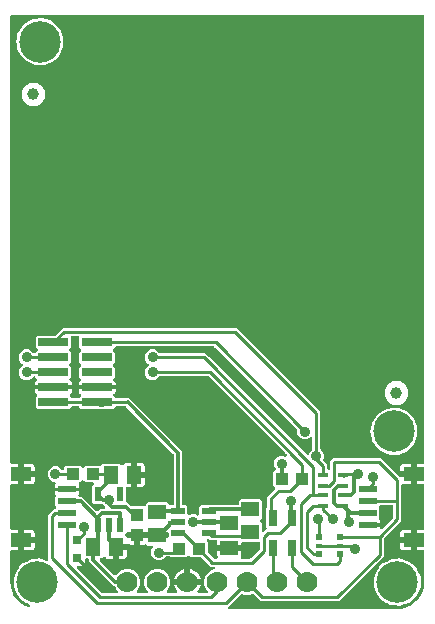
<source format=gbr>
G04 EAGLE Gerber RS-274X export*
G75*
%MOMM*%
%FSLAX34Y34*%
%LPD*%
%INTop Copper*%
%IPPOS*%
%AMOC8*
5,1,8,0,0,1.08239X$1,22.5*%
G01*
%ADD10R,1.300000X1.500000*%
%ADD11R,0.550000X1.200000*%
%ADD12R,1.000000X1.100000*%
%ADD13R,0.900000X0.450000*%
%ADD14R,0.500000X0.500000*%
%ADD15R,0.500000X0.400000*%
%ADD16C,3.516000*%
%ADD17R,1.550000X0.600000*%
%ADD18R,1.800000X1.200000*%
%ADD19C,1.000000*%
%ADD20R,0.800000X0.800000*%
%ADD21R,1.100000X1.000000*%
%ADD22R,2.600000X0.650000*%
%ADD23C,1.778000*%
%ADD24R,1.500000X1.300000*%
%ADD25R,1.500000X1.200000*%
%ADD26R,1.200000X0.550000*%
%ADD27R,0.800000X1.350000*%
%ADD28C,0.889000*%
%ADD29C,0.304800*%
%ADD30C,0.254000*%
%ADD31C,0.906400*%

G36*
X330222Y2543D02*
X330222Y2543D01*
X330300Y2545D01*
X333677Y2810D01*
X333745Y2824D01*
X333814Y2829D01*
X333970Y2869D01*
X340394Y4956D01*
X340501Y5006D01*
X340612Y5050D01*
X340663Y5083D01*
X340682Y5091D01*
X340697Y5104D01*
X340748Y5136D01*
X346212Y9107D01*
X346299Y9188D01*
X346346Y9227D01*
X346352Y9231D01*
X346353Y9233D01*
X346391Y9264D01*
X346429Y9310D01*
X346444Y9324D01*
X346455Y9341D01*
X346493Y9387D01*
X348186Y11717D01*
X348199Y11741D01*
X348216Y11761D01*
X348275Y11879D01*
X348339Y11996D01*
X348346Y12022D01*
X348358Y12046D01*
X348385Y12174D01*
X348399Y12185D01*
X348423Y12196D01*
X348525Y12281D01*
X348631Y12361D01*
X348648Y12382D01*
X348668Y12398D01*
X348771Y12522D01*
X350464Y14852D01*
X350521Y14956D01*
X350585Y15056D01*
X350607Y15113D01*
X350617Y15131D01*
X350622Y15151D01*
X350644Y15206D01*
X352731Y21630D01*
X352744Y21698D01*
X352767Y21764D01*
X352790Y21923D01*
X353055Y25300D01*
X353055Y25304D01*
X353056Y25307D01*
X353055Y25326D01*
X353059Y25400D01*
X353059Y51090D01*
X353044Y51208D01*
X353037Y51327D01*
X353024Y51365D01*
X353019Y51406D01*
X352976Y51516D01*
X352939Y51629D01*
X352917Y51664D01*
X352902Y51701D01*
X352833Y51797D01*
X352769Y51898D01*
X352739Y51926D01*
X352716Y51959D01*
X352624Y52035D01*
X352537Y52116D01*
X352502Y52136D01*
X352471Y52161D01*
X352363Y52212D01*
X352259Y52270D01*
X352219Y52280D01*
X352183Y52297D01*
X352066Y52319D01*
X351951Y52349D01*
X351891Y52353D01*
X351871Y52357D01*
X351850Y52355D01*
X351790Y52359D01*
X346599Y52359D01*
X346599Y59630D01*
X346584Y59748D01*
X346577Y59867D01*
X346564Y59905D01*
X346559Y59945D01*
X346515Y60056D01*
X346479Y60169D01*
X346457Y60204D01*
X346442Y60241D01*
X346372Y60337D01*
X346309Y60438D01*
X346279Y60466D01*
X346255Y60498D01*
X346164Y60574D01*
X346077Y60656D01*
X346042Y60675D01*
X346010Y60701D01*
X345903Y60752D01*
X345799Y60809D01*
X345759Y60820D01*
X345723Y60837D01*
X345606Y60859D01*
X345491Y60889D01*
X345430Y60893D01*
X345410Y60897D01*
X345390Y60895D01*
X345330Y60899D01*
X344059Y60899D01*
X344059Y60901D01*
X345330Y60901D01*
X345448Y60916D01*
X345567Y60923D01*
X345605Y60936D01*
X345645Y60941D01*
X345756Y60985D01*
X345869Y61021D01*
X345904Y61043D01*
X345941Y61058D01*
X346037Y61128D01*
X346138Y61191D01*
X346166Y61221D01*
X346198Y61245D01*
X346274Y61336D01*
X346356Y61423D01*
X346375Y61458D01*
X346401Y61490D01*
X346452Y61597D01*
X346509Y61701D01*
X346520Y61741D01*
X346537Y61777D01*
X346559Y61894D01*
X346589Y62009D01*
X346593Y62070D01*
X346597Y62090D01*
X346595Y62109D01*
X346597Y62115D01*
X346596Y62122D01*
X346599Y62170D01*
X346599Y69441D01*
X351790Y69441D01*
X351908Y69456D01*
X352027Y69463D01*
X352065Y69475D01*
X352106Y69481D01*
X352216Y69524D01*
X352329Y69561D01*
X352364Y69583D01*
X352401Y69598D01*
X352497Y69667D01*
X352598Y69731D01*
X352626Y69761D01*
X352659Y69784D01*
X352735Y69876D01*
X352816Y69963D01*
X352836Y69998D01*
X352861Y70029D01*
X352912Y70137D01*
X352970Y70241D01*
X352980Y70281D01*
X352997Y70317D01*
X353019Y70434D01*
X353049Y70549D01*
X353053Y70609D01*
X353057Y70629D01*
X353055Y70650D01*
X353059Y70710D01*
X353059Y107090D01*
X353044Y107208D01*
X353037Y107327D01*
X353024Y107365D01*
X353019Y107406D01*
X352976Y107516D01*
X352939Y107629D01*
X352917Y107664D01*
X352902Y107701D01*
X352833Y107797D01*
X352769Y107898D01*
X352739Y107926D01*
X352716Y107959D01*
X352624Y108035D01*
X352537Y108116D01*
X352502Y108136D01*
X352471Y108161D01*
X352363Y108212D01*
X352259Y108270D01*
X352219Y108280D01*
X352183Y108297D01*
X352066Y108319D01*
X351951Y108349D01*
X351891Y108353D01*
X351871Y108357D01*
X351850Y108355D01*
X351790Y108359D01*
X346599Y108359D01*
X346599Y115630D01*
X346584Y115748D01*
X346577Y115867D01*
X346564Y115905D01*
X346559Y115945D01*
X346515Y116056D01*
X346479Y116169D01*
X346457Y116204D01*
X346442Y116241D01*
X346372Y116337D01*
X346309Y116438D01*
X346279Y116466D01*
X346255Y116498D01*
X346164Y116574D01*
X346077Y116656D01*
X346042Y116675D01*
X346010Y116701D01*
X345903Y116752D01*
X345799Y116809D01*
X345759Y116820D01*
X345723Y116837D01*
X345606Y116859D01*
X345491Y116889D01*
X345430Y116893D01*
X345410Y116897D01*
X345390Y116895D01*
X345330Y116899D01*
X344059Y116899D01*
X344059Y116901D01*
X345330Y116901D01*
X345448Y116916D01*
X345567Y116923D01*
X345605Y116936D01*
X345645Y116941D01*
X345756Y116985D01*
X345869Y117021D01*
X345904Y117043D01*
X345941Y117058D01*
X346037Y117128D01*
X346138Y117191D01*
X346166Y117221D01*
X346198Y117245D01*
X346274Y117336D01*
X346356Y117423D01*
X346375Y117458D01*
X346401Y117490D01*
X346452Y117597D01*
X346509Y117701D01*
X346520Y117741D01*
X346537Y117777D01*
X346559Y117894D01*
X346589Y118009D01*
X346593Y118070D01*
X346597Y118090D01*
X346595Y118110D01*
X346599Y118170D01*
X346599Y125441D01*
X351790Y125441D01*
X351908Y125456D01*
X352027Y125463D01*
X352065Y125475D01*
X352106Y125481D01*
X352216Y125524D01*
X352329Y125561D01*
X352364Y125583D01*
X352401Y125598D01*
X352497Y125667D01*
X352598Y125731D01*
X352626Y125761D01*
X352659Y125784D01*
X352735Y125876D01*
X352816Y125963D01*
X352836Y125998D01*
X352861Y126029D01*
X352912Y126137D01*
X352970Y126241D01*
X352980Y126281D01*
X352997Y126317D01*
X353019Y126434D01*
X353049Y126549D01*
X353053Y126609D01*
X353057Y126629D01*
X353055Y126650D01*
X353059Y126710D01*
X353059Y504190D01*
X353044Y504308D01*
X353037Y504427D01*
X353024Y504465D01*
X353019Y504506D01*
X352976Y504616D01*
X352939Y504729D01*
X352917Y504764D01*
X352902Y504801D01*
X352833Y504897D01*
X352769Y504998D01*
X352739Y505026D01*
X352716Y505059D01*
X352624Y505135D01*
X352537Y505216D01*
X352502Y505236D01*
X352471Y505261D01*
X352363Y505312D01*
X352259Y505370D01*
X352219Y505380D01*
X352183Y505397D01*
X352066Y505419D01*
X351951Y505449D01*
X351891Y505453D01*
X351871Y505457D01*
X351850Y505455D01*
X351790Y505459D01*
X30157Y505459D01*
X30039Y505444D01*
X29920Y505437D01*
X29881Y505424D01*
X29842Y505419D01*
X29731Y505376D01*
X29617Y505339D01*
X29583Y505317D01*
X29546Y505302D01*
X29450Y505232D01*
X29386Y505192D01*
X29361Y505216D01*
X29303Y505248D01*
X29250Y505289D01*
X29164Y505325D01*
X29083Y505370D01*
X29018Y505386D01*
X28957Y505412D01*
X28865Y505426D01*
X28775Y505449D01*
X28660Y505456D01*
X28642Y505459D01*
X28628Y505458D01*
X28614Y505459D01*
X3810Y505459D01*
X3692Y505444D01*
X3573Y505437D01*
X3535Y505424D01*
X3494Y505419D01*
X3384Y505376D01*
X3271Y505339D01*
X3236Y505317D01*
X3199Y505302D01*
X3103Y505233D01*
X3002Y505169D01*
X2974Y505139D01*
X2941Y505116D01*
X2865Y505024D01*
X2784Y504937D01*
X2764Y504902D01*
X2739Y504871D01*
X2688Y504763D01*
X2630Y504659D01*
X2620Y504619D01*
X2603Y504583D01*
X2581Y504466D01*
X2551Y504351D01*
X2547Y504291D01*
X2543Y504271D01*
X2545Y504250D01*
X2541Y504190D01*
X2541Y126710D01*
X2556Y126592D01*
X2563Y126473D01*
X2576Y126435D01*
X2581Y126394D01*
X2624Y126284D01*
X2661Y126171D01*
X2683Y126136D01*
X2698Y126099D01*
X2768Y126002D01*
X2831Y125902D01*
X2861Y125874D01*
X2884Y125841D01*
X2976Y125765D01*
X3063Y125684D01*
X3098Y125664D01*
X3129Y125639D01*
X3237Y125588D01*
X3341Y125530D01*
X3381Y125520D01*
X3417Y125503D01*
X3534Y125481D01*
X3649Y125451D01*
X3709Y125447D01*
X3729Y125443D01*
X3750Y125445D01*
X3810Y125441D01*
X9001Y125441D01*
X9001Y118170D01*
X9016Y118052D01*
X9023Y117933D01*
X9036Y117895D01*
X9041Y117855D01*
X9084Y117744D01*
X9121Y117631D01*
X9143Y117596D01*
X9158Y117559D01*
X9228Y117463D01*
X9291Y117362D01*
X9321Y117334D01*
X9345Y117302D01*
X9436Y117226D01*
X9523Y117144D01*
X9558Y117125D01*
X9589Y117099D01*
X9697Y117048D01*
X9801Y116991D01*
X9841Y116980D01*
X9877Y116963D01*
X9994Y116941D01*
X10109Y116911D01*
X10170Y116907D01*
X10190Y116903D01*
X10210Y116905D01*
X10270Y116901D01*
X11541Y116901D01*
X11541Y116899D01*
X10270Y116899D01*
X10152Y116884D01*
X10033Y116877D01*
X9995Y116864D01*
X9955Y116859D01*
X9844Y116815D01*
X9731Y116779D01*
X9696Y116757D01*
X9659Y116742D01*
X9563Y116672D01*
X9462Y116609D01*
X9434Y116579D01*
X9401Y116555D01*
X9326Y116464D01*
X9244Y116377D01*
X9224Y116342D01*
X9199Y116310D01*
X9148Y116203D01*
X9090Y116099D01*
X9080Y116059D01*
X9063Y116023D01*
X9041Y115906D01*
X9011Y115791D01*
X9007Y115730D01*
X9003Y115710D01*
X9005Y115690D01*
X9001Y115630D01*
X9001Y108359D01*
X3810Y108359D01*
X3692Y108344D01*
X3573Y108337D01*
X3535Y108324D01*
X3494Y108319D01*
X3384Y108276D01*
X3271Y108239D01*
X3236Y108217D01*
X3199Y108202D01*
X3103Y108133D01*
X3002Y108069D01*
X2974Y108039D01*
X2941Y108016D01*
X2865Y107924D01*
X2784Y107837D01*
X2764Y107802D01*
X2739Y107771D01*
X2688Y107663D01*
X2630Y107559D01*
X2620Y107519D01*
X2603Y107483D01*
X2581Y107366D01*
X2551Y107251D01*
X2547Y107191D01*
X2543Y107171D01*
X2545Y107150D01*
X2541Y107090D01*
X2541Y70710D01*
X2556Y70592D01*
X2563Y70473D01*
X2576Y70435D01*
X2581Y70394D01*
X2624Y70284D01*
X2661Y70171D01*
X2683Y70136D01*
X2698Y70099D01*
X2768Y70002D01*
X2831Y69902D01*
X2861Y69874D01*
X2884Y69841D01*
X2976Y69765D01*
X3063Y69684D01*
X3098Y69664D01*
X3129Y69639D01*
X3237Y69588D01*
X3341Y69530D01*
X3381Y69520D01*
X3417Y69503D01*
X3534Y69481D01*
X3649Y69451D01*
X3709Y69447D01*
X3729Y69443D01*
X3750Y69445D01*
X3810Y69441D01*
X9001Y69441D01*
X9001Y62170D01*
X9016Y62052D01*
X9023Y61933D01*
X9036Y61895D01*
X9041Y61855D01*
X9084Y61744D01*
X9121Y61631D01*
X9143Y61596D01*
X9158Y61559D01*
X9228Y61463D01*
X9291Y61362D01*
X9321Y61334D01*
X9345Y61302D01*
X9436Y61226D01*
X9523Y61144D01*
X9558Y61125D01*
X9589Y61099D01*
X9697Y61048D01*
X9801Y60991D01*
X9841Y60980D01*
X9877Y60963D01*
X9994Y60941D01*
X10109Y60911D01*
X10170Y60907D01*
X10190Y60903D01*
X10210Y60905D01*
X10270Y60901D01*
X11541Y60901D01*
X11541Y60899D01*
X10270Y60899D01*
X10152Y60884D01*
X10033Y60877D01*
X9995Y60864D01*
X9955Y60859D01*
X9844Y60815D01*
X9731Y60779D01*
X9696Y60757D01*
X9659Y60742D01*
X9563Y60672D01*
X9462Y60609D01*
X9434Y60579D01*
X9401Y60555D01*
X9326Y60464D01*
X9244Y60377D01*
X9224Y60342D01*
X9199Y60310D01*
X9148Y60203D01*
X9090Y60099D01*
X9080Y60059D01*
X9063Y60023D01*
X9041Y59906D01*
X9011Y59791D01*
X9007Y59730D01*
X9003Y59710D01*
X9005Y59690D01*
X9001Y59630D01*
X9001Y52359D01*
X3810Y52359D01*
X3692Y52344D01*
X3573Y52337D01*
X3535Y52324D01*
X3494Y52319D01*
X3384Y52276D01*
X3271Y52239D01*
X3236Y52217D01*
X3199Y52202D01*
X3103Y52133D01*
X3002Y52069D01*
X2974Y52039D01*
X2941Y52016D01*
X2865Y51924D01*
X2784Y51837D01*
X2764Y51802D01*
X2739Y51771D01*
X2688Y51663D01*
X2630Y51559D01*
X2620Y51519D01*
X2603Y51483D01*
X2581Y51366D01*
X2551Y51251D01*
X2547Y51191D01*
X2543Y51171D01*
X2545Y51150D01*
X2541Y51090D01*
X2541Y25400D01*
X2543Y25378D01*
X2545Y25300D01*
X2810Y21923D01*
X2824Y21855D01*
X2829Y21786D01*
X2869Y21630D01*
X4956Y15206D01*
X5006Y15099D01*
X5050Y14988D01*
X5083Y14937D01*
X5091Y14918D01*
X5104Y14903D01*
X5136Y14852D01*
X9107Y9388D01*
X9127Y9366D01*
X9138Y9348D01*
X9184Y9305D01*
X9188Y9301D01*
X9264Y9209D01*
X9310Y9171D01*
X9324Y9156D01*
X9342Y9145D01*
X9388Y9107D01*
X14852Y5136D01*
X14956Y5079D01*
X15056Y5015D01*
X15113Y4993D01*
X15131Y4983D01*
X15151Y4978D01*
X15206Y4956D01*
X17945Y4066D01*
X17971Y4061D01*
X17996Y4051D01*
X18127Y4031D01*
X18257Y4006D01*
X18284Y4008D01*
X18310Y4004D01*
X18442Y4018D01*
X18575Y4026D01*
X18600Y4035D01*
X18627Y4037D01*
X18751Y4084D01*
X18877Y4125D01*
X18900Y4139D01*
X18925Y4148D01*
X19034Y4224D01*
X19146Y4295D01*
X19164Y4314D01*
X19186Y4330D01*
X19273Y4430D01*
X19364Y4527D01*
X19376Y4550D01*
X19394Y4570D01*
X19453Y4689D01*
X19517Y4805D01*
X19524Y4831D01*
X19536Y4855D01*
X19563Y4985D01*
X19596Y5113D01*
X19596Y5140D01*
X19602Y5166D01*
X19596Y5299D01*
X19597Y5431D01*
X19590Y5457D01*
X19589Y5484D01*
X19551Y5611D01*
X19518Y5739D01*
X19505Y5763D01*
X19497Y5788D01*
X19428Y5902D01*
X19365Y6018D01*
X19347Y6038D01*
X19333Y6060D01*
X19238Y6154D01*
X19147Y6250D01*
X19125Y6265D01*
X19106Y6283D01*
X18972Y6372D01*
X16215Y7964D01*
X16213Y7965D01*
X16210Y7967D01*
X16066Y8038D01*
X14290Y8773D01*
X13693Y9370D01*
X13626Y9422D01*
X13565Y9483D01*
X13451Y9558D01*
X13442Y9565D01*
X13438Y9567D01*
X13431Y9572D01*
X11929Y10439D01*
X10139Y12903D01*
X10126Y12917D01*
X10116Y12933D01*
X10009Y13054D01*
X8773Y14290D01*
X8357Y15296D01*
X8322Y15356D01*
X8297Y15420D01*
X8211Y15556D01*
X7008Y17211D01*
X6447Y19849D01*
X6436Y19883D01*
X6431Y19919D01*
X6379Y20071D01*
X5787Y21499D01*
X5787Y22822D01*
X5781Y22874D01*
X5783Y22926D01*
X5760Y23086D01*
X5268Y25400D01*
X5760Y27714D01*
X5764Y27767D01*
X5777Y27817D01*
X5787Y27978D01*
X5787Y29301D01*
X6379Y30729D01*
X6388Y30763D01*
X6404Y30795D01*
X6447Y30951D01*
X7008Y33589D01*
X8211Y35244D01*
X8244Y35305D01*
X8286Y35360D01*
X8357Y35504D01*
X8773Y36510D01*
X10009Y37746D01*
X10021Y37761D01*
X10036Y37773D01*
X10139Y37897D01*
X11929Y40361D01*
X13431Y41228D01*
X13499Y41280D01*
X13573Y41324D01*
X13675Y41414D01*
X13684Y41421D01*
X13687Y41424D01*
X13693Y41430D01*
X14290Y42027D01*
X16066Y42762D01*
X16068Y42764D01*
X16071Y42764D01*
X16215Y42836D01*
X19179Y44547D01*
X20598Y44696D01*
X20698Y44720D01*
X20799Y44734D01*
X20887Y44764D01*
X20908Y44769D01*
X20920Y44775D01*
X20951Y44786D01*
X21499Y45013D01*
X23543Y45013D01*
X23560Y45015D01*
X23676Y45020D01*
X27504Y45422D01*
X28573Y45075D01*
X28690Y45053D01*
X28805Y45023D01*
X28865Y45019D01*
X28885Y45015D01*
X28906Y45017D01*
X28965Y45013D01*
X29301Y45013D01*
X31209Y44222D01*
X31230Y44217D01*
X31303Y44188D01*
X33136Y43592D01*
X33320Y43557D01*
X33448Y43533D01*
X33625Y43544D01*
X33765Y43553D01*
X33766Y43553D01*
X33925Y43604D01*
X34067Y43651D01*
X34068Y43651D01*
X34197Y43733D01*
X34336Y43821D01*
X34337Y43821D01*
X34454Y43946D01*
X34554Y44052D01*
X34554Y44053D01*
X34620Y44171D01*
X34708Y44331D01*
X34742Y44466D01*
X34787Y44639D01*
X34787Y44640D01*
X34797Y44799D01*
X34797Y82648D01*
X39352Y87203D01*
X39692Y87203D01*
X39791Y87215D01*
X39890Y87218D01*
X39948Y87235D01*
X40008Y87243D01*
X40100Y87279D01*
X40195Y87307D01*
X40247Y87337D01*
X40304Y87360D01*
X40384Y87418D01*
X40469Y87468D01*
X40544Y87534D01*
X40561Y87546D01*
X40569Y87556D01*
X40590Y87575D01*
X41018Y88003D01*
X41091Y88097D01*
X41170Y88186D01*
X41188Y88222D01*
X41213Y88254D01*
X41260Y88363D01*
X41314Y88469D01*
X41323Y88509D01*
X41339Y88546D01*
X41358Y88663D01*
X41384Y88779D01*
X41383Y88820D01*
X41389Y88860D01*
X41378Y88979D01*
X41374Y89097D01*
X41363Y89136D01*
X41359Y89176D01*
X41319Y89288D01*
X41286Y89403D01*
X41265Y89438D01*
X41251Y89476D01*
X41185Y89574D01*
X41124Y89677D01*
X41084Y89722D01*
X41073Y89739D01*
X41058Y89752D01*
X41018Y89798D01*
X40757Y90058D01*
X40757Y97767D01*
X40811Y97827D01*
X40829Y97863D01*
X40854Y97895D01*
X40901Y98004D01*
X40955Y98111D01*
X40964Y98150D01*
X40980Y98186D01*
X40999Y98304D01*
X41025Y98421D01*
X41023Y98461D01*
X41030Y98500D01*
X41019Y98619D01*
X41015Y98739D01*
X41004Y98777D01*
X41000Y98817D01*
X40960Y98929D01*
X40926Y99044D01*
X40906Y99079D01*
X40892Y99116D01*
X40845Y99186D01*
X40840Y99195D01*
X40422Y99919D01*
X40249Y100566D01*
X40249Y102401D01*
X50310Y102401D01*
X50428Y102416D01*
X50547Y102423D01*
X50554Y102425D01*
X50610Y102411D01*
X50670Y102407D01*
X50690Y102403D01*
X50710Y102405D01*
X50770Y102401D01*
X60831Y102401D01*
X60831Y100566D01*
X60658Y99919D01*
X60335Y99361D01*
X60284Y99238D01*
X60227Y99119D01*
X60222Y99092D01*
X60212Y99067D01*
X60192Y98936D01*
X60168Y98806D01*
X60169Y98780D01*
X60165Y98753D01*
X60179Y98621D01*
X60187Y98489D01*
X60196Y98463D01*
X60198Y98437D01*
X60245Y98312D01*
X60285Y98187D01*
X60300Y98164D01*
X60309Y98138D01*
X60384Y98030D01*
X60455Y97918D01*
X60475Y97899D01*
X60491Y97877D01*
X60591Y97791D01*
X60687Y97700D01*
X60711Y97687D01*
X60731Y97669D01*
X60850Y97610D01*
X60966Y97546D01*
X60992Y97540D01*
X61016Y97528D01*
X61146Y97500D01*
X61274Y97467D01*
X61312Y97465D01*
X61327Y97461D01*
X61349Y97462D01*
X61434Y97457D01*
X63443Y97457D01*
X75132Y85767D01*
X75227Y85694D01*
X75316Y85616D01*
X75352Y85597D01*
X75384Y85573D01*
X75493Y85525D01*
X75599Y85471D01*
X75638Y85462D01*
X75676Y85446D01*
X75793Y85427D01*
X75909Y85401D01*
X75950Y85403D01*
X75990Y85396D01*
X76108Y85407D01*
X76227Y85411D01*
X76266Y85422D01*
X76306Y85426D01*
X76419Y85466D01*
X76533Y85500D01*
X76567Y85520D01*
X76606Y85534D01*
X76704Y85601D01*
X76807Y85661D01*
X76852Y85701D01*
X76869Y85712D01*
X76882Y85728D01*
X76927Y85767D01*
X78537Y87377D01*
X81663Y87377D01*
X81801Y87394D01*
X81940Y87407D01*
X81959Y87414D01*
X81979Y87417D01*
X82108Y87468D01*
X82239Y87515D01*
X82256Y87526D01*
X82274Y87534D01*
X82387Y87615D01*
X82502Y87693D01*
X82515Y87709D01*
X82532Y87720D01*
X82621Y87828D01*
X82713Y87932D01*
X82722Y87950D01*
X82735Y87965D01*
X82794Y88091D01*
X82857Y88215D01*
X82862Y88235D01*
X82870Y88253D01*
X82896Y88390D01*
X82927Y88525D01*
X82926Y88546D01*
X82930Y88565D01*
X82921Y88704D01*
X82917Y88843D01*
X82911Y88863D01*
X82910Y88883D01*
X82867Y89015D01*
X82829Y89149D01*
X82818Y89166D01*
X82812Y89185D01*
X82738Y89303D01*
X82667Y89423D01*
X82649Y89444D01*
X82642Y89454D01*
X82627Y89468D01*
X82561Y89543D01*
X80955Y91149D01*
X80877Y91210D01*
X80805Y91278D01*
X80752Y91307D01*
X80704Y91344D01*
X80613Y91383D01*
X80526Y91431D01*
X80468Y91446D01*
X80412Y91470D01*
X80314Y91486D01*
X80218Y91511D01*
X80118Y91517D01*
X80098Y91520D01*
X80086Y91519D01*
X80058Y91521D01*
X79619Y91521D01*
X79611Y91527D01*
X79538Y91595D01*
X79485Y91624D01*
X79437Y91661D01*
X79346Y91701D01*
X79260Y91749D01*
X79201Y91764D01*
X79146Y91788D01*
X79048Y91803D01*
X78952Y91828D01*
X78852Y91834D01*
X78832Y91838D01*
X78819Y91836D01*
X78791Y91838D01*
X73128Y91838D01*
X71937Y93029D01*
X71937Y106713D01*
X73005Y107781D01*
X73090Y107890D01*
X73179Y107997D01*
X73187Y108016D01*
X73200Y108032D01*
X73255Y108159D01*
X73314Y108285D01*
X73318Y108305D01*
X73326Y108324D01*
X73348Y108462D01*
X73374Y108598D01*
X73373Y108618D01*
X73376Y108638D01*
X73363Y108777D01*
X73354Y108915D01*
X73348Y108934D01*
X73346Y108954D01*
X73299Y109086D01*
X73256Y109217D01*
X73245Y109235D01*
X73239Y109254D01*
X73160Y109369D01*
X73086Y109486D01*
X73071Y109500D01*
X73060Y109517D01*
X72956Y109609D01*
X72854Y109704D01*
X72837Y109714D01*
X72822Y109727D01*
X72697Y109791D01*
X72576Y109858D01*
X72556Y109863D01*
X72538Y109872D01*
X72402Y109902D01*
X72268Y109937D01*
X72240Y109939D01*
X72228Y109942D01*
X72208Y109941D01*
X72107Y109947D01*
X66168Y109947D01*
X64908Y111208D01*
X64813Y111281D01*
X64724Y111360D01*
X64688Y111378D01*
X64656Y111403D01*
X64547Y111450D01*
X64441Y111504D01*
X64402Y111513D01*
X64364Y111529D01*
X64247Y111548D01*
X64131Y111574D01*
X64090Y111573D01*
X64050Y111579D01*
X63932Y111568D01*
X63813Y111564D01*
X63774Y111553D01*
X63734Y111549D01*
X63621Y111509D01*
X63507Y111476D01*
X63473Y111455D01*
X63434Y111442D01*
X63336Y111375D01*
X63233Y111314D01*
X63188Y111274D01*
X63171Y111263D01*
X63158Y111248D01*
X63113Y111208D01*
X61852Y109947D01*
X61663Y109947D01*
X61532Y109931D01*
X61400Y109920D01*
X61374Y109911D01*
X61347Y109907D01*
X61224Y109859D01*
X61099Y109815D01*
X61077Y109800D01*
X61052Y109790D01*
X60945Y109713D01*
X60834Y109639D01*
X60816Y109619D01*
X60794Y109604D01*
X60710Y109501D01*
X60621Y109403D01*
X60609Y109379D01*
X60591Y109359D01*
X60535Y109239D01*
X60474Y109122D01*
X60467Y109095D01*
X60456Y109071D01*
X60431Y108941D01*
X60401Y108812D01*
X60401Y108785D01*
X60396Y108759D01*
X60404Y108627D01*
X60407Y108494D01*
X60414Y108468D01*
X60416Y108441D01*
X60457Y108316D01*
X60492Y108188D01*
X60509Y108153D01*
X60514Y108139D01*
X60525Y108120D01*
X60564Y108043D01*
X60658Y107881D01*
X60831Y107234D01*
X60831Y105399D01*
X50770Y105399D01*
X50652Y105384D01*
X50533Y105377D01*
X50526Y105375D01*
X50470Y105389D01*
X50410Y105393D01*
X50390Y105397D01*
X50370Y105395D01*
X50310Y105399D01*
X40249Y105399D01*
X40249Y107234D01*
X40422Y107881D01*
X40756Y108458D01*
X40807Y108581D01*
X40864Y108700D01*
X40869Y108727D01*
X40879Y108752D01*
X40899Y108883D01*
X40923Y109013D01*
X40922Y109039D01*
X40926Y109066D01*
X40912Y109198D01*
X40904Y109330D01*
X40895Y109356D01*
X40893Y109382D01*
X40846Y109507D01*
X40806Y109632D01*
X40791Y109655D01*
X40782Y109681D01*
X40706Y109789D01*
X40636Y109901D01*
X40616Y109920D01*
X40600Y109942D01*
X40501Y110028D01*
X40404Y110119D01*
X40380Y110132D01*
X40360Y110150D01*
X40241Y110209D01*
X40125Y110273D01*
X40099Y110279D01*
X40075Y110291D01*
X39945Y110319D01*
X39817Y110352D01*
X39779Y110354D01*
X39764Y110358D01*
X39742Y110357D01*
X39657Y110362D01*
X39351Y110362D01*
X36971Y111348D01*
X35148Y113171D01*
X34162Y115551D01*
X34162Y118129D01*
X35148Y120509D01*
X36971Y122332D01*
X39351Y123318D01*
X41929Y123318D01*
X44309Y122332D01*
X45811Y120830D01*
X45920Y120745D01*
X46027Y120656D01*
X46046Y120648D01*
X46062Y120635D01*
X46190Y120580D01*
X46315Y120521D01*
X46335Y120517D01*
X46354Y120509D01*
X46492Y120487D01*
X46628Y120461D01*
X46648Y120462D01*
X46668Y120459D01*
X46807Y120472D01*
X46945Y120481D01*
X46964Y120487D01*
X46984Y120489D01*
X47116Y120536D01*
X47247Y120579D01*
X47265Y120590D01*
X47284Y120597D01*
X47399Y120675D01*
X47516Y120749D01*
X47530Y120764D01*
X47547Y120775D01*
X47639Y120880D01*
X47734Y120981D01*
X47744Y120998D01*
X47757Y121014D01*
X47821Y121138D01*
X47888Y121259D01*
X47893Y121279D01*
X47902Y121297D01*
X47932Y121433D01*
X47967Y121567D01*
X47969Y121595D01*
X47972Y121607D01*
X47971Y121628D01*
X47977Y121728D01*
X47977Y122822D01*
X49168Y124013D01*
X61852Y124013D01*
X63113Y122752D01*
X63207Y122679D01*
X63296Y122600D01*
X63332Y122582D01*
X63364Y122557D01*
X63473Y122510D01*
X63579Y122456D01*
X63618Y122447D01*
X63656Y122431D01*
X63773Y122412D01*
X63889Y122386D01*
X63930Y122387D01*
X63970Y122381D01*
X64088Y122392D01*
X64207Y122396D01*
X64246Y122407D01*
X64286Y122411D01*
X64398Y122451D01*
X64513Y122484D01*
X64548Y122505D01*
X64586Y122518D01*
X64684Y122585D01*
X64787Y122646D01*
X64832Y122686D01*
X64849Y122697D01*
X64862Y122712D01*
X64908Y122752D01*
X66168Y124013D01*
X78682Y124013D01*
X78780Y124025D01*
X78879Y124028D01*
X78938Y124045D01*
X78998Y124053D01*
X79090Y124089D01*
X79185Y124117D01*
X79237Y124147D01*
X79293Y124170D01*
X79374Y124228D01*
X79459Y124278D01*
X79534Y124344D01*
X79551Y124356D01*
X79559Y124366D01*
X79580Y124384D01*
X80808Y125613D01*
X95492Y125613D01*
X96476Y124628D01*
X96576Y124551D01*
X96671Y124469D01*
X96701Y124454D01*
X96728Y124433D01*
X96843Y124383D01*
X96956Y124327D01*
X96989Y124320D01*
X97020Y124307D01*
X97144Y124287D01*
X97267Y124261D01*
X97300Y124262D01*
X97334Y124257D01*
X97459Y124269D01*
X97584Y124274D01*
X97617Y124284D01*
X97650Y124287D01*
X97769Y124329D01*
X97889Y124366D01*
X97918Y124383D01*
X97950Y124394D01*
X98054Y124465D01*
X98161Y124530D01*
X98185Y124554D01*
X98213Y124573D01*
X98296Y124667D01*
X98384Y124757D01*
X98411Y124798D01*
X98423Y124811D01*
X98433Y124831D01*
X98473Y124891D01*
X98617Y125140D01*
X99090Y125613D01*
X99669Y125948D01*
X100316Y126121D01*
X104611Y126121D01*
X104611Y117350D01*
X104626Y117232D01*
X104633Y117113D01*
X104646Y117075D01*
X104651Y117035D01*
X104694Y116924D01*
X104731Y116811D01*
X104753Y116776D01*
X104768Y116739D01*
X104838Y116643D01*
X104901Y116542D01*
X104931Y116514D01*
X104955Y116482D01*
X105046Y116406D01*
X105133Y116324D01*
X105168Y116305D01*
X105199Y116279D01*
X105307Y116228D01*
X105411Y116171D01*
X105451Y116160D01*
X105487Y116143D01*
X105604Y116121D01*
X105719Y116091D01*
X105780Y116087D01*
X105800Y116083D01*
X105820Y116085D01*
X105880Y116081D01*
X107151Y116081D01*
X107151Y116079D01*
X105880Y116079D01*
X105762Y116064D01*
X105643Y116057D01*
X105605Y116044D01*
X105565Y116039D01*
X105454Y115995D01*
X105341Y115959D01*
X105306Y115937D01*
X105269Y115922D01*
X105173Y115852D01*
X105072Y115789D01*
X105044Y115759D01*
X105011Y115735D01*
X104936Y115644D01*
X104854Y115557D01*
X104834Y115522D01*
X104809Y115490D01*
X104758Y115383D01*
X104700Y115279D01*
X104690Y115239D01*
X104673Y115203D01*
X104651Y115086D01*
X104621Y114971D01*
X104617Y114910D01*
X104613Y114890D01*
X104615Y114870D01*
X104611Y114810D01*
X104611Y106039D01*
X101772Y106039D01*
X101654Y106024D01*
X101535Y106017D01*
X101497Y106004D01*
X101456Y105999D01*
X101346Y105956D01*
X101233Y105919D01*
X101198Y105897D01*
X101161Y105882D01*
X101065Y105813D01*
X100964Y105749D01*
X100936Y105719D01*
X100903Y105696D01*
X100827Y105604D01*
X100746Y105517D01*
X100726Y105482D01*
X100701Y105451D01*
X100650Y105343D01*
X100592Y105239D01*
X100582Y105199D01*
X100565Y105163D01*
X100543Y105046D01*
X100513Y104931D01*
X100509Y104871D01*
X100505Y104851D01*
X100507Y104830D01*
X100503Y104770D01*
X100503Y93871D01*
X100518Y93753D01*
X100525Y93634D01*
X100538Y93596D01*
X100543Y93555D01*
X100586Y93445D01*
X100623Y93332D01*
X100645Y93297D01*
X100660Y93260D01*
X100729Y93164D01*
X100793Y93063D01*
X100823Y93035D01*
X100846Y93002D01*
X100938Y92926D01*
X101025Y92845D01*
X101060Y92825D01*
X101091Y92800D01*
X101199Y92749D01*
X101303Y92691D01*
X101343Y92681D01*
X101379Y92664D01*
X101496Y92642D01*
X101611Y92612D01*
X101651Y92609D01*
X104335Y89924D01*
X104414Y89864D01*
X104486Y89796D01*
X104539Y89767D01*
X104587Y89730D01*
X104678Y89690D01*
X104764Y89642D01*
X104823Y89627D01*
X104879Y89603D01*
X104977Y89588D01*
X105072Y89563D01*
X105172Y89557D01*
X105193Y89553D01*
X105205Y89555D01*
X105233Y89553D01*
X116198Y89553D01*
X116316Y89568D01*
X116435Y89575D01*
X116473Y89588D01*
X116514Y89593D01*
X116624Y89636D01*
X116737Y89673D01*
X116772Y89695D01*
X116809Y89710D01*
X116905Y89779D01*
X117006Y89843D01*
X117034Y89873D01*
X117067Y89896D01*
X117143Y89988D01*
X117224Y90075D01*
X117244Y90110D01*
X117269Y90141D01*
X117320Y90249D01*
X117378Y90353D01*
X117388Y90393D01*
X117405Y90429D01*
X117427Y90546D01*
X117457Y90661D01*
X117461Y90721D01*
X117465Y90741D01*
X117463Y90762D01*
X117467Y90822D01*
X117467Y91772D01*
X118658Y92963D01*
X135342Y92963D01*
X136533Y91772D01*
X136533Y91752D01*
X136548Y91634D01*
X136555Y91515D01*
X136568Y91477D01*
X136573Y91436D01*
X136616Y91326D01*
X136653Y91213D01*
X136675Y91178D01*
X136690Y91141D01*
X136759Y91045D01*
X136823Y90944D01*
X136853Y90916D01*
X136876Y90883D01*
X136968Y90807D01*
X137055Y90726D01*
X137090Y90706D01*
X137121Y90681D01*
X137229Y90630D01*
X137333Y90572D01*
X137373Y90562D01*
X137409Y90545D01*
X137526Y90523D01*
X137641Y90493D01*
X137701Y90489D01*
X137721Y90485D01*
X137742Y90487D01*
X137802Y90483D01*
X139654Y90483D01*
X139772Y90498D01*
X139891Y90505D01*
X139929Y90518D01*
X139970Y90523D01*
X140080Y90566D01*
X140193Y90603D01*
X140228Y90625D01*
X140265Y90640D01*
X140361Y90709D01*
X140462Y90773D01*
X140490Y90803D01*
X140523Y90826D01*
X140599Y90918D01*
X140680Y91005D01*
X140700Y91040D01*
X140725Y91071D01*
X140776Y91179D01*
X140834Y91283D01*
X140844Y91323D01*
X140861Y91359D01*
X140883Y91476D01*
X140913Y91591D01*
X140917Y91651D01*
X140921Y91671D01*
X140919Y91692D01*
X140923Y91752D01*
X140923Y132921D01*
X140911Y133019D01*
X140908Y133118D01*
X140891Y133176D01*
X140883Y133237D01*
X140847Y133329D01*
X140819Y133424D01*
X140789Y133476D01*
X140766Y133532D01*
X140708Y133612D01*
X140658Y133698D01*
X140592Y133773D01*
X140580Y133790D01*
X140570Y133797D01*
X140552Y133819D01*
X100445Y173926D01*
X100366Y173986D01*
X100294Y174054D01*
X100241Y174083D01*
X100193Y174120D01*
X100102Y174160D01*
X100016Y174208D01*
X99957Y174223D01*
X99901Y174247D01*
X99803Y174262D01*
X99708Y174287D01*
X99608Y174293D01*
X99587Y174297D01*
X99575Y174295D01*
X99547Y174297D01*
X92342Y174297D01*
X92224Y174282D01*
X92105Y174275D01*
X92067Y174262D01*
X92026Y174257D01*
X91916Y174214D01*
X91803Y174177D01*
X91768Y174155D01*
X91731Y174140D01*
X91635Y174071D01*
X91534Y174007D01*
X91506Y173977D01*
X91473Y173954D01*
X91397Y173862D01*
X91316Y173775D01*
X91296Y173740D01*
X91271Y173709D01*
X91268Y173703D01*
X89882Y172317D01*
X83534Y172317D01*
X83435Y172305D01*
X83336Y172302D01*
X83278Y172285D01*
X83218Y172277D01*
X83126Y172241D01*
X83031Y172213D01*
X82979Y172183D01*
X82923Y172160D01*
X82842Y172102D01*
X82757Y172052D01*
X82682Y171986D01*
X82665Y171974D01*
X82657Y171964D01*
X82650Y171957D01*
X77009Y171957D01*
X76945Y172006D01*
X76873Y172074D01*
X76820Y172103D01*
X76772Y172140D01*
X76682Y172180D01*
X76595Y172228D01*
X76536Y172243D01*
X76481Y172267D01*
X76383Y172282D01*
X76287Y172307D01*
X76187Y172313D01*
X76167Y172317D01*
X76154Y172315D01*
X76126Y172317D01*
X62198Y172317D01*
X60782Y173733D01*
X60781Y173735D01*
X60717Y173836D01*
X60687Y173864D01*
X60664Y173897D01*
X60572Y173973D01*
X60485Y174054D01*
X60450Y174074D01*
X60419Y174099D01*
X60311Y174150D01*
X60207Y174208D01*
X60167Y174218D01*
X60131Y174235D01*
X60014Y174257D01*
X59899Y174287D01*
X59839Y174291D01*
X59819Y174295D01*
X59798Y174293D01*
X59738Y174297D01*
X55342Y174297D01*
X55224Y174282D01*
X55105Y174275D01*
X55067Y174262D01*
X55026Y174257D01*
X54916Y174214D01*
X54803Y174177D01*
X54768Y174155D01*
X54731Y174140D01*
X54635Y174071D01*
X54534Y174007D01*
X54506Y173977D01*
X54473Y173954D01*
X54397Y173862D01*
X54316Y173775D01*
X54296Y173740D01*
X54271Y173709D01*
X54268Y173703D01*
X52882Y172317D01*
X25198Y172317D01*
X24007Y173508D01*
X24007Y181692D01*
X25119Y182803D01*
X25196Y182903D01*
X25278Y182998D01*
X25293Y183028D01*
X25314Y183055D01*
X25364Y183170D01*
X25419Y183283D01*
X25426Y183315D01*
X25440Y183346D01*
X25460Y183471D01*
X25486Y183594D01*
X25484Y183627D01*
X25490Y183661D01*
X25478Y183786D01*
X25473Y183911D01*
X25463Y183943D01*
X25460Y183977D01*
X25417Y184096D01*
X25381Y184216D01*
X25364Y184245D01*
X25352Y184276D01*
X25282Y184380D01*
X25217Y184488D01*
X25193Y184512D01*
X25174Y184540D01*
X25080Y184623D01*
X24990Y184711D01*
X24949Y184738D01*
X24935Y184750D01*
X24916Y184760D01*
X24856Y184800D01*
X24480Y185017D01*
X24007Y185490D01*
X23672Y186069D01*
X23499Y186716D01*
X23499Y188676D01*
X38685Y188676D01*
X38803Y188691D01*
X38922Y188698D01*
X38960Y188710D01*
X39000Y188716D01*
X39039Y188731D01*
X39119Y188716D01*
X39235Y188686D01*
X39295Y188682D01*
X39315Y188678D01*
X39335Y188680D01*
X39395Y188676D01*
X54581Y188676D01*
X54581Y186716D01*
X54408Y186069D01*
X54073Y185490D01*
X53600Y185017D01*
X53224Y184800D01*
X53124Y184724D01*
X53020Y184653D01*
X52998Y184628D01*
X52971Y184608D01*
X52893Y184509D01*
X52810Y184415D01*
X52794Y184385D01*
X52773Y184359D01*
X52722Y184244D01*
X52665Y184132D01*
X52658Y184099D01*
X52644Y184068D01*
X52623Y183944D01*
X52595Y183821D01*
X52596Y183788D01*
X52591Y183755D01*
X52601Y183629D01*
X52605Y183504D01*
X52614Y183471D01*
X52617Y183438D01*
X52659Y183319D01*
X52693Y183198D01*
X52711Y183169D01*
X52722Y183137D01*
X52791Y183033D01*
X52855Y182924D01*
X52887Y182887D01*
X52897Y182872D01*
X52913Y182858D01*
X52961Y182803D01*
X54298Y181467D01*
X54299Y181465D01*
X54363Y181364D01*
X54393Y181336D01*
X54416Y181303D01*
X54508Y181227D01*
X54595Y181146D01*
X54630Y181126D01*
X54661Y181101D01*
X54769Y181050D01*
X54873Y180992D01*
X54913Y180982D01*
X54949Y180965D01*
X55066Y180943D01*
X55181Y180913D01*
X55241Y180909D01*
X55261Y180905D01*
X55282Y180907D01*
X55342Y180903D01*
X59738Y180903D01*
X59856Y180918D01*
X59975Y180925D01*
X60013Y180938D01*
X60054Y180943D01*
X60164Y180986D01*
X60277Y181023D01*
X60312Y181045D01*
X60349Y181060D01*
X60445Y181129D01*
X60546Y181193D01*
X60574Y181223D01*
X60607Y181246D01*
X60683Y181338D01*
X60764Y181425D01*
X60784Y181460D01*
X60809Y181491D01*
X60812Y181497D01*
X62119Y182803D01*
X62196Y182903D01*
X62278Y182998D01*
X62293Y183028D01*
X62314Y183055D01*
X62364Y183170D01*
X62419Y183283D01*
X62426Y183315D01*
X62440Y183346D01*
X62460Y183471D01*
X62486Y183594D01*
X62484Y183627D01*
X62490Y183661D01*
X62478Y183786D01*
X62473Y183911D01*
X62463Y183943D01*
X62460Y183977D01*
X62417Y184096D01*
X62381Y184216D01*
X62364Y184245D01*
X62352Y184276D01*
X62282Y184380D01*
X62217Y184488D01*
X62193Y184512D01*
X62174Y184540D01*
X62080Y184623D01*
X61990Y184711D01*
X61949Y184738D01*
X61935Y184750D01*
X61916Y184760D01*
X61856Y184800D01*
X61480Y185017D01*
X61007Y185490D01*
X60672Y186069D01*
X60499Y186716D01*
X60499Y188676D01*
X75685Y188676D01*
X75803Y188691D01*
X75922Y188698D01*
X75960Y188710D01*
X76000Y188716D01*
X76039Y188731D01*
X76119Y188716D01*
X76235Y188686D01*
X76295Y188682D01*
X76315Y188678D01*
X76335Y188680D01*
X76395Y188676D01*
X91581Y188676D01*
X91581Y186716D01*
X91408Y186069D01*
X91073Y185490D01*
X90600Y185017D01*
X90224Y184800D01*
X90124Y184724D01*
X90020Y184653D01*
X89998Y184628D01*
X89971Y184608D01*
X89893Y184509D01*
X89810Y184415D01*
X89794Y184385D01*
X89773Y184359D01*
X89722Y184244D01*
X89665Y184132D01*
X89658Y184099D01*
X89644Y184068D01*
X89623Y183944D01*
X89595Y183821D01*
X89596Y183788D01*
X89591Y183755D01*
X89601Y183629D01*
X89605Y183504D01*
X89614Y183471D01*
X89617Y183438D01*
X89659Y183319D01*
X89693Y183198D01*
X89711Y183169D01*
X89722Y183137D01*
X89791Y183033D01*
X89855Y182924D01*
X89887Y182887D01*
X89897Y182872D01*
X89913Y182858D01*
X89961Y182803D01*
X91298Y181467D01*
X91299Y181465D01*
X91363Y181364D01*
X91393Y181336D01*
X91416Y181303D01*
X91508Y181227D01*
X91595Y181146D01*
X91630Y181126D01*
X91661Y181101D01*
X91769Y181050D01*
X91873Y180992D01*
X91913Y180982D01*
X91949Y180965D01*
X92066Y180943D01*
X92181Y180913D01*
X92241Y180909D01*
X92261Y180905D01*
X92282Y180907D01*
X92342Y180903D01*
X99547Y180903D01*
X99645Y180915D01*
X99744Y180918D01*
X99802Y180935D01*
X99863Y180943D01*
X99955Y180979D01*
X100050Y181007D01*
X100102Y181037D01*
X100158Y181060D01*
X100238Y181118D01*
X100304Y181157D01*
X103273Y181157D01*
X148037Y136393D01*
X148037Y91752D01*
X148052Y91634D01*
X148059Y91515D01*
X148072Y91477D01*
X148077Y91436D01*
X148120Y91326D01*
X148157Y91213D01*
X148179Y91178D01*
X148194Y91141D01*
X148263Y91045D01*
X148327Y90944D01*
X148357Y90916D01*
X148380Y90883D01*
X148472Y90807D01*
X148559Y90726D01*
X148594Y90706D01*
X148625Y90681D01*
X148733Y90630D01*
X148837Y90572D01*
X148877Y90562D01*
X148913Y90545D01*
X149030Y90523D01*
X149145Y90493D01*
X149205Y90489D01*
X149225Y90485D01*
X149246Y90487D01*
X149306Y90483D01*
X151322Y90483D01*
X152513Y89292D01*
X152513Y83053D01*
X152519Y83004D01*
X152517Y82955D01*
X152539Y82847D01*
X152553Y82738D01*
X152571Y82692D01*
X152581Y82643D01*
X152629Y82545D01*
X152670Y82442D01*
X152699Y82402D01*
X152721Y82357D01*
X152792Y82274D01*
X152856Y82185D01*
X152895Y82153D01*
X152927Y82115D01*
X153017Y82052D01*
X153101Y81982D01*
X153146Y81961D01*
X153187Y81932D01*
X153290Y81893D01*
X153389Y81847D01*
X153438Y81837D01*
X153484Y81820D01*
X153594Y81807D01*
X153701Y81787D01*
X153751Y81790D01*
X153800Y81784D01*
X153909Y81800D01*
X154019Y81807D01*
X154066Y81822D01*
X154115Y81829D01*
X154268Y81881D01*
X156191Y82678D01*
X158769Y82678D01*
X160692Y81881D01*
X160740Y81868D01*
X160785Y81847D01*
X160893Y81826D01*
X160999Y81797D01*
X161049Y81796D01*
X161098Y81787D01*
X161207Y81794D01*
X161317Y81792D01*
X161365Y81803D01*
X161415Y81807D01*
X161519Y81840D01*
X161626Y81866D01*
X161670Y81889D01*
X161717Y81905D01*
X161810Y81963D01*
X161907Y82015D01*
X161944Y82048D01*
X161986Y82075D01*
X162061Y82155D01*
X162143Y82229D01*
X162170Y82270D01*
X162204Y82306D01*
X162257Y82403D01*
X162317Y82494D01*
X162334Y82541D01*
X162358Y82585D01*
X162385Y82691D01*
X162421Y82795D01*
X162425Y82845D01*
X162437Y82893D01*
X162447Y83053D01*
X162447Y89292D01*
X163638Y90483D01*
X169707Y90483D01*
X169805Y90495D01*
X169904Y90498D01*
X169962Y90515D01*
X170023Y90523D01*
X170033Y90527D01*
X194938Y90527D01*
X195056Y90542D01*
X195175Y90549D01*
X195213Y90562D01*
X195254Y90567D01*
X195364Y90610D01*
X195477Y90647D01*
X195512Y90669D01*
X195549Y90684D01*
X195645Y90753D01*
X195746Y90817D01*
X195774Y90847D01*
X195807Y90870D01*
X195883Y90962D01*
X195964Y91049D01*
X195984Y91084D01*
X196009Y91115D01*
X196060Y91223D01*
X196118Y91327D01*
X196128Y91367D01*
X196145Y91403D01*
X196167Y91520D01*
X196197Y91635D01*
X196201Y91695D01*
X196205Y91715D01*
X196203Y91736D01*
X196207Y91796D01*
X196207Y94312D01*
X197398Y95503D01*
X214082Y95503D01*
X215273Y94312D01*
X215273Y79628D01*
X214012Y78368D01*
X213939Y78273D01*
X213860Y78184D01*
X213842Y78148D01*
X213817Y78116D01*
X213770Y78007D01*
X213716Y77901D01*
X213707Y77862D01*
X213691Y77824D01*
X213672Y77707D01*
X213646Y77591D01*
X213647Y77550D01*
X213641Y77510D01*
X213652Y77392D01*
X213656Y77273D01*
X213667Y77234D01*
X213671Y77194D01*
X213711Y77081D01*
X213744Y76967D01*
X213765Y76933D01*
X213778Y76894D01*
X213845Y76796D01*
X213906Y76693D01*
X213946Y76648D01*
X213957Y76631D01*
X213972Y76618D01*
X214012Y76573D01*
X215273Y75312D01*
X215273Y69338D01*
X215290Y69200D01*
X215303Y69061D01*
X215310Y69042D01*
X215313Y69022D01*
X215364Y68893D01*
X215411Y68762D01*
X215422Y68745D01*
X215430Y68727D01*
X215511Y68614D01*
X215589Y68499D01*
X215605Y68486D01*
X215616Y68469D01*
X215724Y68380D01*
X215828Y68288D01*
X215846Y68279D01*
X215861Y68266D01*
X215987Y68207D01*
X216111Y68144D01*
X216131Y68139D01*
X216149Y68131D01*
X216286Y68105D01*
X216421Y68074D01*
X216442Y68075D01*
X216461Y68071D01*
X216600Y68080D01*
X216739Y68084D01*
X216759Y68090D01*
X216779Y68091D01*
X216911Y68134D01*
X217045Y68172D01*
X217062Y68183D01*
X217081Y68189D01*
X217199Y68263D01*
X217319Y68334D01*
X217340Y68352D01*
X217350Y68359D01*
X217364Y68374D01*
X217439Y68440D01*
X219190Y70191D01*
X219263Y70285D01*
X219342Y70374D01*
X219353Y70396D01*
X219356Y70400D01*
X219362Y70412D01*
X219385Y70442D01*
X219432Y70551D01*
X219486Y70657D01*
X219495Y70697D01*
X219511Y70734D01*
X219530Y70851D01*
X219556Y70967D01*
X219555Y71008D01*
X219561Y71048D01*
X219550Y71166D01*
X219546Y71285D01*
X219535Y71324D01*
X219531Y71364D01*
X219491Y71477D01*
X219458Y71591D01*
X219437Y71626D01*
X219423Y71664D01*
X219357Y71762D01*
X219296Y71865D01*
X219256Y71910D01*
X219245Y71927D01*
X219230Y71940D01*
X219190Y71986D01*
X218757Y72418D01*
X218757Y87602D01*
X219846Y88690D01*
X219906Y88768D01*
X219974Y88841D01*
X220003Y88894D01*
X220040Y88941D01*
X220080Y89032D01*
X220128Y89119D01*
X220143Y89178D01*
X220167Y89233D01*
X220182Y89331D01*
X220207Y89427D01*
X220213Y89527D01*
X220217Y89547D01*
X220215Y89560D01*
X220217Y89588D01*
X220217Y97888D01*
X226495Y104166D01*
X226568Y104260D01*
X226647Y104349D01*
X226665Y104385D01*
X226690Y104417D01*
X226737Y104526D01*
X226791Y104632D01*
X226800Y104671D01*
X226816Y104709D01*
X226835Y104827D01*
X226861Y104942D01*
X226860Y104983D01*
X226866Y105023D01*
X226855Y105141D01*
X226851Y105260D01*
X226840Y105299D01*
X226836Y105339D01*
X226796Y105451D01*
X226763Y105566D01*
X226742Y105601D01*
X226728Y105639D01*
X226662Y105737D01*
X226601Y105840D01*
X226561Y105885D01*
X226550Y105902D01*
X226535Y105915D01*
X226495Y105961D01*
X225267Y107188D01*
X225267Y118872D01*
X226790Y120394D01*
X226863Y120489D01*
X226941Y120578D01*
X226960Y120614D01*
X226985Y120646D01*
X227032Y120755D01*
X227086Y120861D01*
X227095Y120900D01*
X227111Y120938D01*
X227130Y121055D01*
X227156Y121171D01*
X227154Y121212D01*
X227161Y121252D01*
X227150Y121370D01*
X227146Y121489D01*
X227135Y121528D01*
X227131Y121568D01*
X227091Y121680D01*
X227058Y121795D01*
X227037Y121829D01*
X227023Y121868D01*
X226959Y121962D01*
X225932Y124441D01*
X225932Y127019D01*
X226918Y129399D01*
X228741Y131222D01*
X231121Y132208D01*
X233699Y132208D01*
X234756Y131770D01*
X234824Y131751D01*
X234888Y131723D01*
X234977Y131709D01*
X235063Y131686D01*
X235133Y131685D01*
X235202Y131674D01*
X235291Y131682D01*
X235381Y131681D01*
X235449Y131697D01*
X235518Y131703D01*
X235603Y131734D01*
X235690Y131755D01*
X235752Y131787D01*
X235818Y131811D01*
X235892Y131861D01*
X235971Y131903D01*
X236023Y131950D01*
X236081Y131990D01*
X236140Y132057D01*
X236207Y132117D01*
X236245Y132176D01*
X236291Y132228D01*
X236332Y132308D01*
X236382Y132383D01*
X236404Y132449D01*
X236436Y132511D01*
X236456Y132599D01*
X236485Y132684D01*
X236490Y132753D01*
X236506Y132822D01*
X236503Y132911D01*
X236510Y133001D01*
X236498Y133070D01*
X236496Y133139D01*
X236471Y133226D01*
X236456Y133314D01*
X236427Y133378D01*
X236407Y133445D01*
X236362Y133522D01*
X236325Y133604D01*
X236281Y133659D01*
X236246Y133719D01*
X236140Y133840D01*
X170454Y199526D01*
X170375Y199586D01*
X170303Y199654D01*
X170250Y199683D01*
X170202Y199720D01*
X170111Y199760D01*
X170025Y199808D01*
X169966Y199823D01*
X169911Y199847D01*
X169813Y199862D01*
X169717Y199887D01*
X169617Y199893D01*
X169597Y199897D01*
X169584Y199895D01*
X169556Y199897D01*
X129697Y199897D01*
X129599Y199885D01*
X129500Y199882D01*
X129442Y199865D01*
X129381Y199857D01*
X129289Y199821D01*
X129194Y199793D01*
X129142Y199763D01*
X129086Y199740D01*
X129006Y199682D01*
X128920Y199632D01*
X128845Y199566D01*
X128828Y199554D01*
X128821Y199544D01*
X128799Y199526D01*
X126909Y197635D01*
X124496Y196635D01*
X121884Y196635D01*
X119471Y197635D01*
X117625Y199481D01*
X116625Y201894D01*
X116625Y204506D01*
X117625Y206919D01*
X119359Y208653D01*
X119432Y208747D01*
X119510Y208836D01*
X119529Y208872D01*
X119554Y208904D01*
X119601Y209013D01*
X119655Y209119D01*
X119664Y209158D01*
X119680Y209196D01*
X119699Y209313D01*
X119725Y209429D01*
X119723Y209470D01*
X119730Y209510D01*
X119719Y209628D01*
X119715Y209747D01*
X119704Y209786D01*
X119700Y209826D01*
X119660Y209938D01*
X119627Y210053D01*
X119606Y210088D01*
X119592Y210126D01*
X119525Y210224D01*
X119465Y210327D01*
X119425Y210372D01*
X119414Y210389D01*
X119398Y210402D01*
X119359Y210448D01*
X117625Y212181D01*
X116625Y214594D01*
X116625Y217206D01*
X117625Y219619D01*
X119471Y221465D01*
X121884Y222465D01*
X124496Y222465D01*
X126909Y221465D01*
X128799Y219574D01*
X128878Y219514D01*
X128950Y219446D01*
X129003Y219417D01*
X129051Y219380D01*
X129142Y219340D01*
X129228Y219292D01*
X129287Y219277D01*
X129343Y219253D01*
X129441Y219238D01*
X129536Y219213D01*
X129636Y219207D01*
X129657Y219203D01*
X129669Y219205D01*
X129697Y219203D01*
X167738Y219203D01*
X170044Y216897D01*
X170044Y216896D01*
X253354Y133587D01*
X253393Y133557D01*
X253426Y133520D01*
X253518Y133460D01*
X253605Y133392D01*
X253651Y133372D01*
X253692Y133345D01*
X253796Y133309D01*
X253897Y133266D01*
X253946Y133258D01*
X253993Y133242D01*
X254102Y133233D01*
X254211Y133216D01*
X254260Y133221D01*
X254310Y133217D01*
X254418Y133235D01*
X254528Y133246D01*
X254574Y133263D01*
X254623Y133271D01*
X254723Y133316D01*
X254827Y133353D01*
X254868Y133381D01*
X254913Y133402D01*
X254999Y133470D01*
X255090Y133532D01*
X255123Y133569D01*
X255162Y133600D01*
X255228Y133688D01*
X255300Y133770D01*
X255323Y133815D01*
X255353Y133854D01*
X255424Y133999D01*
X256163Y135784D01*
X257981Y137601D01*
X258041Y137680D01*
X258109Y137752D01*
X258138Y137805D01*
X258175Y137853D01*
X258215Y137944D01*
X258263Y138030D01*
X258278Y138089D01*
X258302Y138145D01*
X258317Y138243D01*
X258342Y138338D01*
X258348Y138438D01*
X258352Y138459D01*
X258350Y138471D01*
X258352Y138499D01*
X258352Y147067D01*
X258335Y147205D01*
X258322Y147344D01*
X258315Y147363D01*
X258312Y147383D01*
X258261Y147512D01*
X258214Y147643D01*
X258203Y147660D01*
X258195Y147678D01*
X258114Y147791D01*
X258036Y147906D01*
X258020Y147919D01*
X258009Y147936D01*
X257901Y148025D01*
X257797Y148116D01*
X257779Y148126D01*
X257764Y148139D01*
X257638Y148198D01*
X257514Y148261D01*
X257494Y148265D01*
X257476Y148274D01*
X257339Y148300D01*
X257204Y148331D01*
X257183Y148330D01*
X257164Y148334D01*
X257025Y148325D01*
X256886Y148321D01*
X256866Y148315D01*
X256846Y148314D01*
X256714Y148271D01*
X256580Y148233D01*
X256563Y148222D01*
X256544Y148216D01*
X256426Y148142D01*
X256306Y148071D01*
X256285Y148052D01*
X256275Y148046D01*
X256261Y148031D01*
X256186Y147965D01*
X255562Y147341D01*
X253182Y146355D01*
X250604Y146355D01*
X248224Y147341D01*
X246401Y149164D01*
X245415Y151544D01*
X245415Y154114D01*
X245403Y154212D01*
X245400Y154311D01*
X245383Y154370D01*
X245375Y154430D01*
X245339Y154522D01*
X245311Y154617D01*
X245281Y154669D01*
X245258Y154725D01*
X245200Y154805D01*
X245150Y154891D01*
X245084Y154966D01*
X245072Y154983D01*
X245062Y154991D01*
X245043Y155012D01*
X175330Y224726D01*
X175251Y224786D01*
X175179Y224854D01*
X175126Y224883D01*
X175078Y224920D01*
X174987Y224960D01*
X174901Y225008D01*
X174842Y225023D01*
X174787Y225047D01*
X174689Y225062D01*
X174593Y225087D01*
X174493Y225093D01*
X174472Y225097D01*
X174460Y225095D01*
X174432Y225097D01*
X92342Y225097D01*
X92224Y225082D01*
X92105Y225075D01*
X92067Y225062D01*
X92026Y225057D01*
X91916Y225014D01*
X91803Y224977D01*
X91768Y224955D01*
X91731Y224940D01*
X91635Y224871D01*
X91534Y224807D01*
X91506Y224777D01*
X91473Y224754D01*
X91397Y224662D01*
X91316Y224575D01*
X91296Y224540D01*
X91271Y224509D01*
X91268Y224503D01*
X89712Y222947D01*
X89639Y222853D01*
X89560Y222764D01*
X89542Y222728D01*
X89517Y222696D01*
X89470Y222587D01*
X89416Y222481D01*
X89407Y222442D01*
X89391Y222404D01*
X89372Y222287D01*
X89346Y222171D01*
X89347Y222130D01*
X89341Y222090D01*
X89352Y221972D01*
X89356Y221853D01*
X89367Y221814D01*
X89371Y221774D01*
X89411Y221662D01*
X89444Y221547D01*
X89465Y221512D01*
X89478Y221474D01*
X89545Y221376D01*
X89606Y221273D01*
X89646Y221228D01*
X89657Y221211D01*
X89672Y221198D01*
X89712Y221152D01*
X91073Y219792D01*
X91073Y211608D01*
X89712Y210247D01*
X89639Y210153D01*
X89560Y210064D01*
X89542Y210028D01*
X89517Y209996D01*
X89470Y209887D01*
X89416Y209781D01*
X89407Y209742D01*
X89391Y209704D01*
X89372Y209587D01*
X89346Y209471D01*
X89347Y209430D01*
X89341Y209390D01*
X89352Y209272D01*
X89356Y209153D01*
X89367Y209114D01*
X89371Y209074D01*
X89411Y208962D01*
X89444Y208847D01*
X89465Y208812D01*
X89478Y208774D01*
X89545Y208676D01*
X89606Y208573D01*
X89646Y208528D01*
X89657Y208511D01*
X89672Y208498D01*
X89712Y208452D01*
X91073Y207092D01*
X91073Y198908D01*
X89961Y197797D01*
X89884Y197697D01*
X89802Y197602D01*
X89787Y197572D01*
X89766Y197545D01*
X89716Y197430D01*
X89661Y197317D01*
X89654Y197285D01*
X89640Y197254D01*
X89620Y197129D01*
X89594Y197006D01*
X89596Y196973D01*
X89590Y196939D01*
X89602Y196814D01*
X89607Y196689D01*
X89617Y196657D01*
X89620Y196623D01*
X89663Y196504D01*
X89699Y196384D01*
X89716Y196355D01*
X89728Y196324D01*
X89798Y196220D01*
X89863Y196112D01*
X89887Y196088D01*
X89906Y196060D01*
X90000Y195977D01*
X90090Y195889D01*
X90131Y195862D01*
X90145Y195850D01*
X90164Y195840D01*
X90224Y195800D01*
X90600Y195583D01*
X91073Y195110D01*
X91408Y194531D01*
X91581Y193884D01*
X91581Y191924D01*
X76395Y191924D01*
X76277Y191909D01*
X76158Y191902D01*
X76120Y191889D01*
X76080Y191884D01*
X76041Y191869D01*
X75961Y191884D01*
X75845Y191914D01*
X75785Y191918D01*
X75765Y191922D01*
X75745Y191920D01*
X75685Y191924D01*
X60499Y191924D01*
X60499Y193884D01*
X60672Y194531D01*
X61007Y195110D01*
X61480Y195583D01*
X61856Y195800D01*
X61956Y195876D01*
X62060Y195947D01*
X62082Y195972D01*
X62109Y195992D01*
X62187Y196091D01*
X62270Y196185D01*
X62286Y196215D01*
X62307Y196241D01*
X62358Y196356D01*
X62415Y196468D01*
X62422Y196501D01*
X62436Y196532D01*
X62457Y196656D01*
X62485Y196779D01*
X62484Y196812D01*
X62489Y196845D01*
X62479Y196971D01*
X62475Y197096D01*
X62466Y197129D01*
X62463Y197162D01*
X62421Y197281D01*
X62387Y197402D01*
X62369Y197431D01*
X62358Y197463D01*
X62289Y197567D01*
X62225Y197676D01*
X62193Y197713D01*
X62183Y197728D01*
X62167Y197742D01*
X62119Y197797D01*
X61007Y198908D01*
X61007Y207092D01*
X62368Y208452D01*
X62441Y208547D01*
X62520Y208636D01*
X62538Y208672D01*
X62563Y208704D01*
X62610Y208813D01*
X62664Y208919D01*
X62673Y208958D01*
X62689Y208996D01*
X62708Y209113D01*
X62734Y209229D01*
X62733Y209270D01*
X62739Y209310D01*
X62728Y209428D01*
X62724Y209547D01*
X62713Y209586D01*
X62709Y209626D01*
X62669Y209739D01*
X62636Y209853D01*
X62615Y209887D01*
X62602Y209926D01*
X62535Y210024D01*
X62474Y210127D01*
X62434Y210172D01*
X62423Y210189D01*
X62408Y210202D01*
X62368Y210247D01*
X61007Y211608D01*
X61007Y219792D01*
X62368Y221152D01*
X62441Y221247D01*
X62520Y221336D01*
X62538Y221372D01*
X62563Y221404D01*
X62610Y221513D01*
X62664Y221619D01*
X62673Y221658D01*
X62689Y221696D01*
X62708Y221813D01*
X62734Y221929D01*
X62733Y221970D01*
X62739Y222010D01*
X62728Y222128D01*
X62724Y222247D01*
X62713Y222286D01*
X62709Y222326D01*
X62669Y222439D01*
X62636Y222553D01*
X62615Y222587D01*
X62602Y222626D01*
X62535Y222724D01*
X62474Y222827D01*
X62434Y222872D01*
X62423Y222889D01*
X62408Y222902D01*
X62368Y222947D01*
X61007Y224308D01*
X61007Y232918D01*
X60992Y233036D01*
X60985Y233155D01*
X60972Y233193D01*
X60967Y233234D01*
X60924Y233344D01*
X60887Y233457D01*
X60865Y233492D01*
X60850Y233529D01*
X60781Y233625D01*
X60717Y233726D01*
X60687Y233754D01*
X60664Y233787D01*
X60572Y233863D01*
X60485Y233944D01*
X60450Y233964D01*
X60419Y233989D01*
X60311Y234040D01*
X60207Y234098D01*
X60167Y234108D01*
X60131Y234125D01*
X60014Y234147D01*
X59899Y234177D01*
X59839Y234181D01*
X59819Y234185D01*
X59798Y234183D01*
X59738Y234187D01*
X55342Y234187D01*
X55224Y234172D01*
X55105Y234165D01*
X55067Y234152D01*
X55026Y234147D01*
X54916Y234104D01*
X54803Y234067D01*
X54768Y234045D01*
X54731Y234030D01*
X54635Y233961D01*
X54534Y233897D01*
X54506Y233867D01*
X54473Y233844D01*
X54397Y233752D01*
X54316Y233665D01*
X54296Y233630D01*
X54271Y233599D01*
X54220Y233491D01*
X54162Y233387D01*
X54152Y233347D01*
X54135Y233311D01*
X54113Y233194D01*
X54083Y233079D01*
X54079Y233019D01*
X54075Y232999D01*
X54077Y232978D01*
X54073Y232918D01*
X54073Y224308D01*
X52712Y222947D01*
X52639Y222853D01*
X52560Y222764D01*
X52542Y222728D01*
X52517Y222696D01*
X52470Y222587D01*
X52416Y222481D01*
X52407Y222442D01*
X52391Y222404D01*
X52372Y222287D01*
X52346Y222171D01*
X52347Y222130D01*
X52341Y222090D01*
X52352Y221972D01*
X52356Y221853D01*
X52367Y221814D01*
X52371Y221774D01*
X52411Y221662D01*
X52444Y221547D01*
X52465Y221512D01*
X52478Y221474D01*
X52545Y221376D01*
X52606Y221273D01*
X52646Y221228D01*
X52657Y221211D01*
X52672Y221198D01*
X52712Y221152D01*
X54073Y219792D01*
X54073Y211608D01*
X52712Y210247D01*
X52639Y210153D01*
X52560Y210064D01*
X52542Y210028D01*
X52517Y209996D01*
X52470Y209887D01*
X52416Y209781D01*
X52407Y209742D01*
X52391Y209704D01*
X52372Y209587D01*
X52346Y209471D01*
X52347Y209430D01*
X52341Y209390D01*
X52352Y209272D01*
X52356Y209153D01*
X52367Y209114D01*
X52371Y209074D01*
X52411Y208962D01*
X52444Y208847D01*
X52465Y208812D01*
X52478Y208774D01*
X52545Y208676D01*
X52606Y208573D01*
X52646Y208528D01*
X52657Y208511D01*
X52672Y208498D01*
X52712Y208452D01*
X54073Y207092D01*
X54073Y198908D01*
X52961Y197797D01*
X52884Y197697D01*
X52802Y197602D01*
X52787Y197572D01*
X52766Y197545D01*
X52716Y197430D01*
X52661Y197317D01*
X52654Y197285D01*
X52640Y197254D01*
X52620Y197129D01*
X52594Y197006D01*
X52596Y196973D01*
X52590Y196939D01*
X52602Y196814D01*
X52607Y196689D01*
X52617Y196657D01*
X52620Y196623D01*
X52663Y196504D01*
X52699Y196384D01*
X52716Y196355D01*
X52728Y196324D01*
X52798Y196220D01*
X52863Y196112D01*
X52887Y196088D01*
X52906Y196060D01*
X53000Y195977D01*
X53090Y195889D01*
X53131Y195862D01*
X53145Y195850D01*
X53164Y195840D01*
X53224Y195800D01*
X53600Y195583D01*
X54073Y195110D01*
X54408Y194531D01*
X54581Y193884D01*
X54581Y191924D01*
X39395Y191924D01*
X39277Y191909D01*
X39158Y191902D01*
X39120Y191889D01*
X39080Y191884D01*
X39041Y191869D01*
X38961Y191884D01*
X38845Y191914D01*
X38785Y191918D01*
X38765Y191922D01*
X38745Y191920D01*
X38685Y191924D01*
X23499Y191924D01*
X23499Y193884D01*
X23672Y194531D01*
X24007Y195110D01*
X24480Y195583D01*
X24856Y195800D01*
X24956Y195876D01*
X25060Y195947D01*
X25082Y195972D01*
X25109Y195992D01*
X25187Y196091D01*
X25270Y196185D01*
X25286Y196215D01*
X25307Y196241D01*
X25358Y196356D01*
X25415Y196468D01*
X25422Y196501D01*
X25436Y196532D01*
X25457Y196656D01*
X25485Y196779D01*
X25484Y196812D01*
X25489Y196845D01*
X25479Y196971D01*
X25475Y197096D01*
X25466Y197129D01*
X25463Y197162D01*
X25421Y197281D01*
X25387Y197402D01*
X25369Y197431D01*
X25358Y197463D01*
X25289Y197567D01*
X25225Y197676D01*
X25193Y197713D01*
X25183Y197728D01*
X25167Y197742D01*
X25119Y197797D01*
X23652Y199263D01*
X23558Y199336D01*
X23469Y199415D01*
X23433Y199433D01*
X23401Y199458D01*
X23292Y199505D01*
X23186Y199560D01*
X23146Y199568D01*
X23109Y199584D01*
X22991Y199603D01*
X22875Y199629D01*
X22835Y199628D01*
X22795Y199634D01*
X22676Y199623D01*
X22557Y199620D01*
X22519Y199608D01*
X22478Y199605D01*
X22366Y199564D01*
X22252Y199531D01*
X22217Y199511D01*
X22179Y199497D01*
X22080Y199430D01*
X21978Y199370D01*
X21933Y199330D01*
X21916Y199318D01*
X21902Y199303D01*
X21857Y199263D01*
X20229Y197635D01*
X17816Y196635D01*
X15204Y196635D01*
X12791Y197635D01*
X10945Y199481D01*
X9945Y201894D01*
X9945Y204506D01*
X10945Y206919D01*
X12679Y208653D01*
X12752Y208747D01*
X12830Y208836D01*
X12849Y208872D01*
X12874Y208904D01*
X12921Y209013D01*
X12975Y209119D01*
X12984Y209158D01*
X13000Y209196D01*
X13019Y209313D01*
X13045Y209429D01*
X13043Y209470D01*
X13050Y209510D01*
X13039Y209628D01*
X13035Y209747D01*
X13024Y209786D01*
X13020Y209826D01*
X12980Y209938D01*
X12947Y210053D01*
X12926Y210088D01*
X12912Y210126D01*
X12845Y210224D01*
X12785Y210327D01*
X12745Y210372D01*
X12734Y210389D01*
X12718Y210402D01*
X12679Y210448D01*
X10945Y212181D01*
X9945Y214594D01*
X9945Y217206D01*
X10945Y219619D01*
X12791Y221465D01*
X15204Y222465D01*
X17816Y222465D01*
X20229Y221465D01*
X22057Y219637D01*
X22151Y219564D01*
X22240Y219485D01*
X22276Y219467D01*
X22308Y219442D01*
X22418Y219395D01*
X22524Y219340D01*
X22563Y219332D01*
X22600Y219316D01*
X22718Y219297D01*
X22834Y219271D01*
X22874Y219272D01*
X22914Y219266D01*
X23033Y219277D01*
X23152Y219280D01*
X23191Y219292D01*
X23231Y219295D01*
X23343Y219336D01*
X23457Y219369D01*
X23492Y219389D01*
X23530Y219403D01*
X23629Y219470D01*
X23731Y219530D01*
X23777Y219570D01*
X23793Y219582D01*
X23807Y219597D01*
X23852Y219637D01*
X25368Y221152D01*
X25441Y221247D01*
X25520Y221336D01*
X25538Y221372D01*
X25563Y221404D01*
X25610Y221513D01*
X25664Y221619D01*
X25673Y221658D01*
X25689Y221696D01*
X25708Y221813D01*
X25734Y221929D01*
X25733Y221970D01*
X25739Y222010D01*
X25728Y222128D01*
X25724Y222247D01*
X25713Y222286D01*
X25709Y222326D01*
X25669Y222439D01*
X25636Y222553D01*
X25615Y222587D01*
X25602Y222626D01*
X25535Y222724D01*
X25474Y222827D01*
X25434Y222872D01*
X25423Y222889D01*
X25408Y222902D01*
X25368Y222947D01*
X24007Y224308D01*
X24007Y232492D01*
X25198Y233683D01*
X39126Y233683D01*
X39224Y233695D01*
X39323Y233698D01*
X39382Y233715D01*
X39442Y233723D01*
X39534Y233759D01*
X39629Y233787D01*
X39681Y233817D01*
X39737Y233840D01*
X39817Y233898D01*
X39903Y233948D01*
X39978Y234014D01*
X39995Y234026D01*
X40003Y234036D01*
X40024Y234054D01*
X46762Y240793D01*
X194408Y240793D01*
X264958Y170243D01*
X264958Y138499D01*
X264970Y138401D01*
X264973Y138302D01*
X264990Y138243D01*
X264998Y138183D01*
X265034Y138091D01*
X265062Y137996D01*
X265092Y137944D01*
X265115Y137888D01*
X265173Y137808D01*
X265223Y137722D01*
X265289Y137647D01*
X265301Y137630D01*
X265311Y137623D01*
X265329Y137601D01*
X267147Y135784D01*
X268133Y133404D01*
X268133Y130826D01*
X267561Y129447D01*
X267554Y129419D01*
X267540Y129393D01*
X267512Y129266D01*
X267478Y129141D01*
X267477Y129111D01*
X267471Y129082D01*
X267475Y128953D01*
X267472Y128823D01*
X267479Y128794D01*
X267480Y128764D01*
X267516Y128640D01*
X267547Y128513D01*
X267560Y128487D01*
X267569Y128459D01*
X267634Y128347D01*
X267695Y128232D01*
X267715Y128210D01*
X267730Y128185D01*
X267837Y128064D01*
X270903Y124998D01*
X270903Y121562D01*
X270918Y121444D01*
X270925Y121325D01*
X270938Y121287D01*
X270943Y121246D01*
X270986Y121136D01*
X271023Y121023D01*
X271045Y120988D01*
X271060Y120951D01*
X271129Y120855D01*
X271193Y120754D01*
X271223Y120726D01*
X271246Y120693D01*
X271338Y120617D01*
X271425Y120536D01*
X271460Y120516D01*
X271491Y120491D01*
X271599Y120440D01*
X271703Y120382D01*
X271743Y120372D01*
X271779Y120355D01*
X271896Y120333D01*
X272011Y120303D01*
X272071Y120299D01*
X272091Y120295D01*
X272112Y120297D01*
X272172Y120293D01*
X272226Y120293D01*
X272344Y120308D01*
X272463Y120315D01*
X272501Y120328D01*
X272542Y120333D01*
X272652Y120376D01*
X272765Y120413D01*
X272800Y120435D01*
X272837Y120450D01*
X272933Y120519D01*
X273034Y120583D01*
X273062Y120613D01*
X273095Y120636D01*
X273171Y120728D01*
X273252Y120815D01*
X273272Y120850D01*
X273297Y120881D01*
X273348Y120989D01*
X273406Y121093D01*
X273416Y121133D01*
X273433Y121169D01*
X273455Y121286D01*
X273485Y121401D01*
X273489Y121461D01*
X273493Y121481D01*
X273491Y121502D01*
X273495Y121562D01*
X273495Y128306D01*
X275492Y130303D01*
X316328Y130303D01*
X331898Y114733D01*
X331977Y114672D01*
X332049Y114604D01*
X332102Y114575D01*
X332150Y114538D01*
X332240Y114498D01*
X332327Y114450D01*
X332386Y114435D01*
X332441Y114411D01*
X332539Y114396D01*
X332635Y114371D01*
X332735Y114365D01*
X332755Y114361D01*
X332768Y114363D01*
X332796Y114361D01*
X341521Y114361D01*
X341521Y108359D01*
X334772Y108359D01*
X334654Y108344D01*
X334535Y108337D01*
X334497Y108324D01*
X334456Y108319D01*
X334346Y108276D01*
X334233Y108239D01*
X334198Y108217D01*
X334161Y108202D01*
X334065Y108133D01*
X333964Y108069D01*
X333936Y108039D01*
X333903Y108016D01*
X333827Y107924D01*
X333746Y107837D01*
X333726Y107802D01*
X333701Y107771D01*
X333650Y107663D01*
X333592Y107559D01*
X333582Y107519D01*
X333565Y107483D01*
X333543Y107366D01*
X333513Y107251D01*
X333509Y107191D01*
X333505Y107171D01*
X333507Y107150D01*
X333503Y107090D01*
X333503Y77372D01*
X331197Y75066D01*
X331196Y75066D01*
X319024Y62894D01*
X318964Y62815D01*
X318896Y62743D01*
X318867Y62690D01*
X318830Y62642D01*
X318790Y62551D01*
X318742Y62465D01*
X318727Y62406D01*
X318703Y62351D01*
X318688Y62253D01*
X318663Y62157D01*
X318657Y62057D01*
X318653Y62037D01*
X318655Y62024D01*
X318653Y61996D01*
X318653Y47282D01*
X280768Y9397D01*
X214532Y9397D01*
X212226Y11704D01*
X208857Y15072D01*
X208833Y15091D01*
X208814Y15113D01*
X208708Y15188D01*
X208606Y15267D01*
X208578Y15279D01*
X208554Y15296D01*
X208433Y15342D01*
X208314Y15394D01*
X208285Y15398D01*
X208257Y15409D01*
X208128Y15423D01*
X208000Y15444D01*
X207970Y15441D01*
X207941Y15444D01*
X207812Y15426D01*
X207683Y15414D01*
X207655Y15404D01*
X207626Y15400D01*
X207474Y15348D01*
X205373Y14477D01*
X201027Y14477D01*
X198926Y15348D01*
X198898Y15355D01*
X198872Y15369D01*
X198745Y15397D01*
X198620Y15431D01*
X198590Y15432D01*
X198561Y15438D01*
X198432Y15434D01*
X198302Y15437D01*
X198273Y15430D01*
X198243Y15429D01*
X198119Y15393D01*
X197992Y15362D01*
X197966Y15349D01*
X197938Y15340D01*
X197826Y15274D01*
X197711Y15214D01*
X197689Y15194D01*
X197664Y15179D01*
X197543Y15072D01*
X187178Y4707D01*
X187093Y4598D01*
X187004Y4491D01*
X186996Y4472D01*
X186983Y4456D01*
X186928Y4328D01*
X186869Y4203D01*
X186865Y4183D01*
X186857Y4164D01*
X186835Y4026D01*
X186809Y3890D01*
X186810Y3870D01*
X186807Y3850D01*
X186820Y3711D01*
X186829Y3573D01*
X186835Y3554D01*
X186837Y3534D01*
X186884Y3402D01*
X186927Y3271D01*
X186938Y3253D01*
X186945Y3234D01*
X187023Y3119D01*
X187097Y3002D01*
X187112Y2988D01*
X187123Y2971D01*
X187227Y2879D01*
X187329Y2784D01*
X187346Y2774D01*
X187362Y2761D01*
X187486Y2697D01*
X187607Y2630D01*
X187627Y2625D01*
X187645Y2616D01*
X187781Y2586D01*
X187915Y2551D01*
X187943Y2549D01*
X187955Y2546D01*
X187976Y2547D01*
X188076Y2541D01*
X330200Y2541D01*
X330222Y2543D01*
G37*
G36*
X118024Y16020D02*
X118024Y16020D01*
X118162Y16033D01*
X118181Y16040D01*
X118202Y16043D01*
X118331Y16094D01*
X118462Y16141D01*
X118478Y16152D01*
X118497Y16160D01*
X118609Y16241D01*
X118725Y16319D01*
X118738Y16335D01*
X118755Y16346D01*
X118843Y16454D01*
X118935Y16558D01*
X118944Y16576D01*
X118957Y16591D01*
X119017Y16717D01*
X119080Y16841D01*
X119084Y16861D01*
X119093Y16879D01*
X119119Y17016D01*
X119149Y17151D01*
X119149Y17172D01*
X119153Y17191D01*
X119144Y17330D01*
X119140Y17469D01*
X119134Y17489D01*
X119133Y17509D01*
X119090Y17641D01*
X119051Y17775D01*
X119041Y17792D01*
X119035Y17811D01*
X118961Y17929D01*
X118890Y18049D01*
X118871Y18070D01*
X118865Y18080D01*
X118850Y18094D01*
X118783Y18169D01*
X117740Y19213D01*
X116077Y23227D01*
X116077Y27573D01*
X117740Y31587D01*
X120813Y34660D01*
X124827Y36323D01*
X129173Y36323D01*
X133187Y34660D01*
X136260Y31587D01*
X137923Y27573D01*
X137923Y23227D01*
X136260Y19213D01*
X135217Y18169D01*
X135132Y18060D01*
X135043Y17953D01*
X135034Y17934D01*
X135022Y17918D01*
X134966Y17791D01*
X134907Y17665D01*
X134903Y17645D01*
X134895Y17626D01*
X134873Y17488D01*
X134847Y17352D01*
X134849Y17332D01*
X134845Y17312D01*
X134858Y17173D01*
X134867Y17035D01*
X134873Y17016D01*
X134875Y16996D01*
X134922Y16864D01*
X134965Y16733D01*
X134976Y16715D01*
X134983Y16696D01*
X135061Y16581D01*
X135135Y16464D01*
X135150Y16450D01*
X135161Y16433D01*
X135265Y16341D01*
X135367Y16246D01*
X135385Y16236D01*
X135400Y16223D01*
X135524Y16160D01*
X135645Y16092D01*
X135665Y16087D01*
X135683Y16078D01*
X135819Y16048D01*
X135953Y16013D01*
X135981Y16011D01*
X135993Y16008D01*
X136014Y16009D01*
X136114Y16003D01*
X142607Y16003D01*
X142647Y16008D01*
X142687Y16005D01*
X142804Y16028D01*
X142923Y16043D01*
X142960Y16057D01*
X142999Y16065D01*
X143107Y16116D01*
X143219Y16160D01*
X143251Y16183D01*
X143287Y16200D01*
X143379Y16276D01*
X143476Y16346D01*
X143501Y16377D01*
X143532Y16402D01*
X143602Y16499D01*
X143679Y16591D01*
X143696Y16627D01*
X143719Y16660D01*
X143763Y16771D01*
X143814Y16879D01*
X143822Y16918D01*
X143836Y16955D01*
X143852Y17074D01*
X143874Y17191D01*
X143872Y17231D01*
X143877Y17271D01*
X143862Y17389D01*
X143854Y17509D01*
X143842Y17547D01*
X143837Y17586D01*
X143793Y17698D01*
X143756Y17811D01*
X143735Y17845D01*
X143720Y17882D01*
X143634Y18018D01*
X142624Y19409D01*
X141807Y21012D01*
X141251Y22723D01*
X141223Y22901D01*
X151170Y22901D01*
X151288Y22916D01*
X151407Y22923D01*
X151445Y22935D01*
X151485Y22941D01*
X151596Y22984D01*
X151709Y23021D01*
X151743Y23043D01*
X151781Y23058D01*
X151877Y23127D01*
X151978Y23191D01*
X152006Y23221D01*
X152038Y23244D01*
X152114Y23336D01*
X152196Y23423D01*
X152215Y23458D01*
X152241Y23489D01*
X152292Y23597D01*
X152349Y23701D01*
X152359Y23741D01*
X152377Y23777D01*
X152397Y23884D01*
X152401Y23854D01*
X152445Y23744D01*
X152481Y23631D01*
X152503Y23596D01*
X152518Y23559D01*
X152588Y23462D01*
X152651Y23362D01*
X152681Y23334D01*
X152705Y23301D01*
X152796Y23225D01*
X152883Y23144D01*
X152918Y23124D01*
X152950Y23099D01*
X153057Y23048D01*
X153162Y22990D01*
X153201Y22980D01*
X153237Y22963D01*
X153354Y22941D01*
X153470Y22911D01*
X153530Y22907D01*
X153550Y22903D01*
X153570Y22905D01*
X153630Y22901D01*
X163577Y22901D01*
X163549Y22723D01*
X162993Y21012D01*
X162176Y19409D01*
X161166Y18018D01*
X161147Y17983D01*
X161121Y17953D01*
X161070Y17844D01*
X161013Y17739D01*
X161003Y17701D01*
X160986Y17665D01*
X160963Y17548D01*
X160933Y17431D01*
X160933Y17391D01*
X160926Y17352D01*
X160933Y17233D01*
X160933Y17113D01*
X160943Y17075D01*
X160946Y17035D01*
X160983Y16921D01*
X161012Y16805D01*
X161031Y16770D01*
X161044Y16733D01*
X161108Y16631D01*
X161165Y16527D01*
X161193Y16498D01*
X161214Y16464D01*
X161301Y16382D01*
X161383Y16295D01*
X161417Y16273D01*
X161446Y16246D01*
X161550Y16188D01*
X161651Y16124D01*
X161689Y16112D01*
X161724Y16092D01*
X161840Y16063D01*
X161954Y16025D01*
X161993Y16023D01*
X162032Y16013D01*
X162193Y16003D01*
X168686Y16003D01*
X168824Y16020D01*
X168962Y16033D01*
X168981Y16040D01*
X169002Y16043D01*
X169131Y16094D01*
X169262Y16141D01*
X169278Y16152D01*
X169297Y16160D01*
X169409Y16241D01*
X169525Y16319D01*
X169538Y16335D01*
X169555Y16346D01*
X169643Y16454D01*
X169735Y16558D01*
X169744Y16576D01*
X169757Y16591D01*
X169817Y16717D01*
X169880Y16841D01*
X169884Y16861D01*
X169893Y16879D01*
X169919Y17016D01*
X169949Y17151D01*
X169949Y17172D01*
X169953Y17191D01*
X169944Y17330D01*
X169940Y17469D01*
X169934Y17489D01*
X169933Y17509D01*
X169890Y17641D01*
X169851Y17775D01*
X169841Y17792D01*
X169835Y17811D01*
X169761Y17929D01*
X169690Y18049D01*
X169671Y18070D01*
X169665Y18080D01*
X169650Y18094D01*
X169583Y18169D01*
X168540Y19213D01*
X166877Y23227D01*
X166877Y27573D01*
X168540Y31587D01*
X171613Y34660D01*
X175248Y36165D01*
X175308Y36200D01*
X175373Y36226D01*
X175446Y36278D01*
X175524Y36323D01*
X175574Y36371D01*
X175630Y36412D01*
X175688Y36482D01*
X175752Y36544D01*
X175789Y36604D01*
X175833Y36657D01*
X175871Y36739D01*
X175918Y36815D01*
X175939Y36882D01*
X175969Y36945D01*
X175986Y37033D01*
X176012Y37119D01*
X176015Y37189D01*
X176028Y37258D01*
X176023Y37347D01*
X176027Y37437D01*
X176013Y37505D01*
X176009Y37575D01*
X175981Y37660D01*
X175963Y37748D01*
X175932Y37811D01*
X175911Y37877D01*
X175863Y37953D01*
X175823Y38034D01*
X175778Y38087D01*
X175741Y38146D01*
X175675Y38208D01*
X175617Y38276D01*
X175560Y38316D01*
X175509Y38364D01*
X175430Y38407D01*
X175357Y38459D01*
X175291Y38484D01*
X175230Y38518D01*
X175144Y38540D01*
X175059Y38572D01*
X174990Y38580D01*
X174922Y38597D01*
X174762Y38607D01*
X172232Y38607D01*
X169926Y40913D01*
X169926Y40914D01*
X164904Y45936D01*
X164825Y45996D01*
X164753Y46064D01*
X164700Y46093D01*
X164652Y46130D01*
X164561Y46170D01*
X164475Y46218D01*
X164416Y46233D01*
X164361Y46257D01*
X164263Y46272D01*
X164167Y46297D01*
X164067Y46303D01*
X164047Y46307D01*
X164034Y46305D01*
X164006Y46307D01*
X155828Y46307D01*
X154567Y47568D01*
X154473Y47641D01*
X154384Y47720D01*
X154348Y47738D01*
X154316Y47763D01*
X154207Y47810D01*
X154101Y47864D01*
X154062Y47873D01*
X154024Y47889D01*
X153907Y47908D01*
X153791Y47934D01*
X153750Y47933D01*
X153710Y47939D01*
X153592Y47928D01*
X153473Y47924D01*
X153434Y47913D01*
X153394Y47909D01*
X153282Y47869D01*
X153167Y47836D01*
X153132Y47815D01*
X153094Y47802D01*
X152996Y47735D01*
X152893Y47674D01*
X152848Y47634D01*
X152831Y47623D01*
X152818Y47608D01*
X152772Y47568D01*
X151512Y46307D01*
X138828Y46307D01*
X138391Y46745D01*
X138312Y46805D01*
X138240Y46873D01*
X138187Y46902D01*
X138139Y46939D01*
X138049Y46979D01*
X137962Y47027D01*
X137903Y47042D01*
X137848Y47066D01*
X137750Y47081D01*
X137654Y47106D01*
X137554Y47112D01*
X137534Y47116D01*
X137521Y47114D01*
X137493Y47116D01*
X134654Y47116D01*
X134556Y47104D01*
X134457Y47101D01*
X134398Y47084D01*
X134338Y47076D01*
X134246Y47040D01*
X134151Y47012D01*
X134099Y46982D01*
X134043Y46959D01*
X133963Y46901D01*
X133877Y46851D01*
X133802Y46785D01*
X133785Y46773D01*
X133778Y46763D01*
X133756Y46745D01*
X131939Y44927D01*
X129559Y43941D01*
X126981Y43941D01*
X124601Y44927D01*
X122778Y46750D01*
X121792Y49130D01*
X121792Y51708D01*
X122778Y54088D01*
X122913Y54222D01*
X122998Y54332D01*
X123087Y54439D01*
X123095Y54458D01*
X123108Y54474D01*
X123163Y54602D01*
X123222Y54727D01*
X123226Y54747D01*
X123234Y54766D01*
X123256Y54903D01*
X123282Y55040D01*
X123281Y55060D01*
X123284Y55080D01*
X123271Y55218D01*
X123262Y55357D01*
X123256Y55376D01*
X123254Y55396D01*
X123207Y55527D01*
X123164Y55659D01*
X123153Y55677D01*
X123146Y55696D01*
X123068Y55811D01*
X122994Y55928D01*
X122979Y55942D01*
X122968Y55959D01*
X122864Y56051D01*
X122762Y56146D01*
X122745Y56156D01*
X122729Y56169D01*
X122606Y56232D01*
X122484Y56300D01*
X122464Y56305D01*
X122446Y56314D01*
X122311Y56344D01*
X122176Y56379D01*
X122148Y56381D01*
X122136Y56384D01*
X122115Y56383D01*
X122015Y56389D01*
X119166Y56389D01*
X118519Y56562D01*
X117940Y56897D01*
X117742Y57095D01*
X117653Y57164D01*
X117570Y57239D01*
X117528Y57261D01*
X117491Y57290D01*
X117388Y57334D01*
X117288Y57386D01*
X117242Y57397D01*
X117199Y57416D01*
X117088Y57434D01*
X116979Y57459D01*
X116932Y57458D01*
X116885Y57466D01*
X116773Y57455D01*
X116661Y57453D01*
X116615Y57440D01*
X116568Y57436D01*
X116463Y57398D01*
X116354Y57368D01*
X116289Y57336D01*
X116269Y57328D01*
X116254Y57318D01*
X116210Y57296D01*
X115961Y57152D01*
X115314Y56979D01*
X112479Y56979D01*
X112479Y62521D01*
X115690Y62521D01*
X115808Y62536D01*
X115927Y62543D01*
X115965Y62555D01*
X116006Y62561D01*
X116116Y62604D01*
X116229Y62641D01*
X116264Y62663D01*
X116301Y62678D01*
X116397Y62747D01*
X116498Y62811D01*
X116526Y62841D01*
X116559Y62864D01*
X116580Y62891D01*
X125730Y62891D01*
X125848Y62906D01*
X125967Y62913D01*
X126005Y62926D01*
X126045Y62931D01*
X126156Y62974D01*
X126269Y63011D01*
X126304Y63033D01*
X126341Y63048D01*
X126437Y63118D01*
X126538Y63181D01*
X126566Y63211D01*
X126598Y63235D01*
X126674Y63326D01*
X126756Y63413D01*
X126775Y63448D01*
X126801Y63479D01*
X126852Y63587D01*
X126909Y63691D01*
X126920Y63731D01*
X126937Y63767D01*
X126959Y63884D01*
X126989Y63999D01*
X126993Y64060D01*
X126997Y64080D01*
X126995Y64100D01*
X126999Y64160D01*
X126999Y66700D01*
X126984Y66818D01*
X126977Y66937D01*
X126964Y66975D01*
X126959Y67015D01*
X126915Y67126D01*
X126879Y67239D01*
X126857Y67274D01*
X126842Y67311D01*
X126772Y67407D01*
X126709Y67508D01*
X126679Y67536D01*
X126655Y67568D01*
X126564Y67644D01*
X126477Y67726D01*
X126442Y67745D01*
X126410Y67771D01*
X126303Y67822D01*
X126199Y67879D01*
X126159Y67890D01*
X126123Y67907D01*
X126006Y67929D01*
X125891Y67959D01*
X125830Y67963D01*
X125810Y67967D01*
X125790Y67965D01*
X125730Y67969D01*
X118790Y67969D01*
X118672Y67954D01*
X118553Y67947D01*
X118515Y67934D01*
X118474Y67929D01*
X118364Y67885D01*
X118251Y67849D01*
X118216Y67827D01*
X118179Y67812D01*
X118083Y67742D01*
X117982Y67679D01*
X117954Y67649D01*
X117921Y67625D01*
X117845Y67534D01*
X117832Y67519D01*
X111210Y67519D01*
X111092Y67504D01*
X110973Y67497D01*
X110935Y67484D01*
X110895Y67479D01*
X110784Y67436D01*
X110671Y67399D01*
X110637Y67377D01*
X110599Y67362D01*
X110503Y67293D01*
X110402Y67229D01*
X110374Y67199D01*
X110342Y67176D01*
X110266Y67084D01*
X110184Y66997D01*
X110165Y66962D01*
X110139Y66931D01*
X110088Y66823D01*
X110031Y66719D01*
X110021Y66679D01*
X110003Y66643D01*
X109983Y66536D01*
X109979Y66566D01*
X109935Y66676D01*
X109899Y66789D01*
X109877Y66824D01*
X109862Y66861D01*
X109792Y66957D01*
X109729Y67058D01*
X109699Y67086D01*
X109675Y67119D01*
X109584Y67195D01*
X109497Y67276D01*
X109462Y67296D01*
X109430Y67321D01*
X109323Y67372D01*
X109218Y67430D01*
X109179Y67440D01*
X109143Y67457D01*
X109026Y67479D01*
X108910Y67509D01*
X108850Y67513D01*
X108830Y67517D01*
X108810Y67515D01*
X108750Y67519D01*
X101521Y67519D01*
X101423Y67507D01*
X101324Y67504D01*
X101265Y67487D01*
X101205Y67479D01*
X101113Y67443D01*
X101018Y67415D01*
X100966Y67385D01*
X100910Y67362D01*
X100829Y67304D01*
X100744Y67254D01*
X100669Y67188D01*
X100652Y67176D01*
X100644Y67166D01*
X100623Y67148D01*
X99947Y66471D01*
X99874Y66377D01*
X99795Y66288D01*
X99777Y66252D01*
X99752Y66220D01*
X99705Y66111D01*
X99651Y66005D01*
X99642Y65965D01*
X99626Y65928D01*
X99607Y65810D01*
X99581Y65694D01*
X99582Y65654D01*
X99576Y65614D01*
X99587Y65495D01*
X99591Y65376D01*
X99602Y65338D01*
X99606Y65297D01*
X99646Y65185D01*
X99679Y65071D01*
X99700Y65036D01*
X99713Y64998D01*
X99780Y64900D01*
X99841Y64797D01*
X99880Y64752D01*
X99892Y64735D01*
X99907Y64721D01*
X99947Y64676D01*
X100443Y64180D01*
X100778Y63601D01*
X100815Y63461D01*
X100857Y63357D01*
X100892Y63251D01*
X100917Y63211D01*
X100935Y63167D01*
X101002Y63077D01*
X101062Y62982D01*
X101097Y62949D01*
X101125Y62912D01*
X101212Y62841D01*
X101294Y62764D01*
X101335Y62741D01*
X101372Y62711D01*
X101474Y62665D01*
X101572Y62610D01*
X101618Y62599D01*
X101661Y62579D01*
X101771Y62559D01*
X101880Y62531D01*
X101953Y62526D01*
X101974Y62522D01*
X101992Y62524D01*
X102041Y62521D01*
X107481Y62521D01*
X107481Y56979D01*
X104646Y56979D01*
X103999Y57152D01*
X103420Y57487D01*
X103118Y57789D01*
X103008Y57875D01*
X102901Y57963D01*
X102882Y57972D01*
X102866Y57984D01*
X102739Y58040D01*
X102613Y58099D01*
X102593Y58103D01*
X102574Y58111D01*
X102437Y58133D01*
X102300Y58159D01*
X102280Y58157D01*
X102260Y58161D01*
X102121Y58147D01*
X101983Y58139D01*
X101964Y58133D01*
X101944Y58131D01*
X101812Y58084D01*
X101681Y58041D01*
X101664Y58030D01*
X101644Y58023D01*
X101529Y57945D01*
X101412Y57871D01*
X101398Y57856D01*
X101381Y57845D01*
X101289Y57740D01*
X101213Y57659D01*
X93180Y57659D01*
X93062Y57644D01*
X92943Y57637D01*
X92905Y57624D01*
X92865Y57619D01*
X92754Y57575D01*
X92641Y57539D01*
X92606Y57517D01*
X92569Y57502D01*
X92473Y57432D01*
X92372Y57369D01*
X92344Y57339D01*
X92312Y57315D01*
X92236Y57224D01*
X92154Y57137D01*
X92135Y57102D01*
X92109Y57070D01*
X92058Y56963D01*
X92001Y56859D01*
X91990Y56819D01*
X91973Y56783D01*
X91951Y56666D01*
X91921Y56551D01*
X91917Y56490D01*
X91913Y56470D01*
X91915Y56450D01*
X91911Y56390D01*
X91911Y55119D01*
X90640Y55119D01*
X90522Y55104D01*
X90403Y55097D01*
X90365Y55084D01*
X90325Y55079D01*
X90214Y55035D01*
X90101Y54999D01*
X90066Y54977D01*
X90029Y54962D01*
X89933Y54892D01*
X89832Y54829D01*
X89804Y54799D01*
X89771Y54775D01*
X89696Y54684D01*
X89614Y54597D01*
X89594Y54562D01*
X89569Y54530D01*
X89518Y54423D01*
X89460Y54319D01*
X89450Y54279D01*
X89433Y54243D01*
X89411Y54126D01*
X89381Y54011D01*
X89377Y53950D01*
X89373Y53930D01*
X89375Y53910D01*
X89371Y53850D01*
X89371Y45079D01*
X85076Y45079D01*
X84429Y45252D01*
X83850Y45587D01*
X83377Y46060D01*
X83233Y46309D01*
X83157Y46409D01*
X83087Y46513D01*
X83061Y46535D01*
X83041Y46562D01*
X82942Y46640D01*
X82848Y46724D01*
X82818Y46739D01*
X82792Y46760D01*
X82677Y46811D01*
X82565Y46868D01*
X82532Y46876D01*
X82501Y46889D01*
X82377Y46910D01*
X82255Y46938D01*
X82221Y46937D01*
X82188Y46942D01*
X82062Y46932D01*
X81937Y46928D01*
X81904Y46919D01*
X81871Y46916D01*
X81752Y46875D01*
X81631Y46840D01*
X81602Y46823D01*
X81570Y46812D01*
X81466Y46742D01*
X81357Y46678D01*
X81321Y46646D01*
X81305Y46636D01*
X81291Y46620D01*
X81236Y46572D01*
X80252Y45587D01*
X79347Y45587D01*
X79209Y45570D01*
X79071Y45557D01*
X79051Y45550D01*
X79031Y45547D01*
X78902Y45496D01*
X78771Y45449D01*
X78754Y45438D01*
X78736Y45430D01*
X78623Y45349D01*
X78508Y45271D01*
X78495Y45255D01*
X78478Y45244D01*
X78390Y45136D01*
X78298Y45032D01*
X78288Y45014D01*
X78276Y44999D01*
X78216Y44873D01*
X78153Y44749D01*
X78149Y44729D01*
X78140Y44711D01*
X78114Y44575D01*
X78083Y44439D01*
X78084Y44418D01*
X78080Y44399D01*
X78089Y44260D01*
X78093Y44121D01*
X78099Y44101D01*
X78100Y44081D01*
X78143Y43949D01*
X78181Y43815D01*
X78192Y43798D01*
X78198Y43779D01*
X78272Y43661D01*
X78343Y43541D01*
X78362Y43520D01*
X78368Y43510D01*
X78383Y43496D01*
X78449Y43421D01*
X90414Y31456D01*
X90508Y31383D01*
X90597Y31304D01*
X90633Y31286D01*
X90665Y31261D01*
X90775Y31214D01*
X90881Y31160D01*
X90920Y31151D01*
X90957Y31135D01*
X91075Y31116D01*
X91191Y31090D01*
X91231Y31091D01*
X91271Y31085D01*
X91390Y31096D01*
X91509Y31100D01*
X91548Y31111D01*
X91588Y31115D01*
X91700Y31155D01*
X91814Y31188D01*
X91849Y31209D01*
X91887Y31222D01*
X91986Y31289D01*
X92088Y31350D01*
X92133Y31389D01*
X92150Y31401D01*
X92164Y31416D01*
X92209Y31456D01*
X95413Y34660D01*
X99427Y36323D01*
X103773Y36323D01*
X107787Y34660D01*
X110860Y31587D01*
X112523Y27573D01*
X112523Y23227D01*
X110860Y19213D01*
X109817Y18169D01*
X109732Y18060D01*
X109643Y17953D01*
X109634Y17934D01*
X109622Y17918D01*
X109566Y17791D01*
X109507Y17665D01*
X109503Y17645D01*
X109495Y17626D01*
X109473Y17488D01*
X109447Y17352D01*
X109449Y17332D01*
X109445Y17312D01*
X109458Y17173D01*
X109467Y17035D01*
X109473Y17016D01*
X109475Y16996D01*
X109522Y16864D01*
X109565Y16733D01*
X109576Y16715D01*
X109583Y16696D01*
X109661Y16581D01*
X109735Y16464D01*
X109750Y16450D01*
X109761Y16433D01*
X109865Y16341D01*
X109967Y16246D01*
X109985Y16236D01*
X110000Y16223D01*
X110124Y16160D01*
X110245Y16092D01*
X110265Y16087D01*
X110283Y16078D01*
X110419Y16048D01*
X110553Y16013D01*
X110581Y16011D01*
X110593Y16008D01*
X110614Y16009D01*
X110714Y16003D01*
X117886Y16003D01*
X118024Y16020D01*
G37*
%LPC*%
G36*
X25816Y463380D02*
X25816Y463380D01*
X25798Y463380D01*
X25683Y463387D01*
X23639Y463387D01*
X23091Y463614D01*
X22993Y463641D01*
X22897Y463677D01*
X22805Y463692D01*
X22784Y463698D01*
X22770Y463698D01*
X22738Y463704D01*
X21319Y463853D01*
X18355Y465564D01*
X18353Y465565D01*
X18350Y465567D01*
X18206Y465638D01*
X16430Y466373D01*
X15833Y466970D01*
X15766Y467022D01*
X15705Y467083D01*
X15591Y467158D01*
X15582Y467165D01*
X15578Y467167D01*
X15571Y467172D01*
X14069Y468039D01*
X12279Y470503D01*
X12266Y470517D01*
X12256Y470533D01*
X12149Y470654D01*
X10913Y471890D01*
X10497Y472896D01*
X10462Y472956D01*
X10437Y473020D01*
X10351Y473156D01*
X9148Y474811D01*
X8587Y477449D01*
X8576Y477483D01*
X8571Y477519D01*
X8519Y477671D01*
X7927Y479099D01*
X7927Y480422D01*
X7921Y480474D01*
X7923Y480526D01*
X7900Y480686D01*
X7408Y483000D01*
X7900Y485314D01*
X7904Y485367D01*
X7917Y485417D01*
X7927Y485578D01*
X7927Y486901D01*
X8519Y488329D01*
X8528Y488363D01*
X8544Y488395D01*
X8587Y488551D01*
X9148Y491189D01*
X10351Y492844D01*
X10384Y492905D01*
X10426Y492960D01*
X10497Y493104D01*
X10913Y494110D01*
X12149Y495346D01*
X12161Y495361D01*
X12176Y495373D01*
X12279Y495497D01*
X14069Y497961D01*
X15571Y498828D01*
X15639Y498880D01*
X15713Y498924D01*
X15815Y499014D01*
X15824Y499021D01*
X15827Y499024D01*
X15833Y499030D01*
X16430Y499627D01*
X18206Y500362D01*
X18208Y500364D01*
X18211Y500364D01*
X18355Y500436D01*
X21319Y502147D01*
X22738Y502296D01*
X22837Y502320D01*
X22939Y502334D01*
X23027Y502364D01*
X23048Y502369D01*
X23060Y502375D01*
X23091Y502386D01*
X23639Y502613D01*
X25683Y502613D01*
X25700Y502615D01*
X25816Y502620D01*
X28747Y502928D01*
X28837Y502949D01*
X28930Y502961D01*
X28992Y502985D01*
X29056Y503000D01*
X29139Y503043D01*
X29225Y503078D01*
X29279Y503117D01*
X29338Y503148D01*
X29384Y503189D01*
X29410Y503164D01*
X29515Y503106D01*
X29615Y503042D01*
X29671Y503020D01*
X29689Y503010D01*
X29708Y503005D01*
X29765Y502983D01*
X30713Y502675D01*
X30830Y502653D01*
X30945Y502623D01*
X31005Y502619D01*
X31025Y502615D01*
X31046Y502617D01*
X31105Y502613D01*
X31441Y502613D01*
X33349Y501823D01*
X33370Y501817D01*
X33443Y501788D01*
X37606Y500435D01*
X38218Y499885D01*
X38329Y499807D01*
X38437Y499726D01*
X38467Y499711D01*
X38479Y499703D01*
X38499Y499696D01*
X38581Y499655D01*
X38650Y499627D01*
X39945Y498332D01*
X39959Y498321D01*
X39993Y498286D01*
X43827Y494834D01*
X44040Y494356D01*
X44119Y494226D01*
X44390Y493571D01*
X44395Y493563D01*
X44403Y493541D01*
X47232Y487186D01*
X47232Y478814D01*
X44403Y472459D01*
X44400Y472449D01*
X44390Y472429D01*
X44134Y471811D01*
X44115Y471787D01*
X44110Y471779D01*
X44108Y471775D01*
X44103Y471764D01*
X44040Y471644D01*
X43827Y471166D01*
X39993Y467714D01*
X39981Y467700D01*
X39945Y467668D01*
X38650Y466373D01*
X38581Y466345D01*
X38464Y466278D01*
X38344Y466215D01*
X38317Y466194D01*
X38305Y466187D01*
X38289Y466172D01*
X38218Y466115D01*
X37606Y465565D01*
X33442Y464212D01*
X33423Y464203D01*
X33349Y464177D01*
X31441Y463387D01*
X31105Y463387D01*
X30987Y463372D01*
X30869Y463365D01*
X30810Y463350D01*
X30790Y463347D01*
X30771Y463340D01*
X30713Y463325D01*
X29644Y462978D01*
X25816Y463380D01*
G37*
%LPD*%
%LPC*%
G36*
X328476Y5780D02*
X328476Y5780D01*
X328458Y5780D01*
X328343Y5787D01*
X326299Y5787D01*
X325751Y6014D01*
X325652Y6041D01*
X325557Y6077D01*
X325465Y6092D01*
X325444Y6098D01*
X325431Y6098D01*
X325398Y6104D01*
X323979Y6253D01*
X321015Y7964D01*
X321013Y7965D01*
X321010Y7967D01*
X320866Y8038D01*
X319090Y8773D01*
X318493Y9370D01*
X318426Y9422D01*
X318365Y9483D01*
X318251Y9558D01*
X318242Y9565D01*
X318238Y9567D01*
X318231Y9572D01*
X316729Y10439D01*
X314939Y12903D01*
X314926Y12917D01*
X314916Y12933D01*
X314809Y13054D01*
X313573Y14290D01*
X313157Y15296D01*
X313122Y15356D01*
X313097Y15420D01*
X313011Y15556D01*
X311808Y17211D01*
X311247Y19849D01*
X311236Y19883D01*
X311231Y19919D01*
X311179Y20071D01*
X310587Y21499D01*
X310587Y22822D01*
X310581Y22874D01*
X310583Y22926D01*
X310560Y23086D01*
X310068Y25400D01*
X310560Y27714D01*
X310564Y27767D01*
X310577Y27817D01*
X310587Y27978D01*
X310587Y29301D01*
X311179Y30729D01*
X311188Y30763D01*
X311204Y30795D01*
X311247Y30951D01*
X311808Y33589D01*
X313011Y35244D01*
X313044Y35305D01*
X313086Y35360D01*
X313157Y35504D01*
X313573Y36510D01*
X314809Y37746D01*
X314821Y37761D01*
X314836Y37773D01*
X314939Y37897D01*
X316729Y40361D01*
X318231Y41228D01*
X318299Y41280D01*
X318373Y41324D01*
X318475Y41414D01*
X318484Y41421D01*
X318487Y41424D01*
X318493Y41430D01*
X319090Y42027D01*
X320866Y42762D01*
X320868Y42764D01*
X320871Y42764D01*
X321015Y42836D01*
X323979Y44547D01*
X325398Y44696D01*
X325498Y44720D01*
X325599Y44734D01*
X325687Y44764D01*
X325708Y44769D01*
X325720Y44775D01*
X325751Y44786D01*
X326299Y45013D01*
X328343Y45013D01*
X328360Y45015D01*
X328476Y45020D01*
X332304Y45422D01*
X333373Y45075D01*
X333490Y45053D01*
X333605Y45023D01*
X333665Y45019D01*
X333685Y45015D01*
X333706Y45017D01*
X333765Y45013D01*
X334101Y45013D01*
X336009Y44222D01*
X336030Y44217D01*
X336103Y44188D01*
X340266Y42835D01*
X340878Y42285D01*
X340989Y42207D01*
X341097Y42126D01*
X341127Y42111D01*
X341139Y42103D01*
X341159Y42096D01*
X341241Y42055D01*
X341310Y42027D01*
X342605Y40732D01*
X342619Y40721D01*
X342653Y40686D01*
X346487Y37234D01*
X346700Y36756D01*
X346779Y36626D01*
X347050Y35971D01*
X347055Y35962D01*
X347063Y35941D01*
X349892Y29586D01*
X349892Y21214D01*
X347063Y14859D01*
X347060Y14849D01*
X347050Y14829D01*
X346794Y14211D01*
X346775Y14187D01*
X346770Y14178D01*
X346768Y14175D01*
X346763Y14165D01*
X346700Y14044D01*
X346585Y13785D01*
X346577Y13759D01*
X346564Y13736D01*
X346531Y13607D01*
X346514Y13552D01*
X346480Y13536D01*
X346460Y13519D01*
X346436Y13507D01*
X346310Y13407D01*
X342653Y10114D01*
X342641Y10100D01*
X342605Y10068D01*
X341310Y8773D01*
X341241Y8745D01*
X341124Y8678D01*
X341004Y8615D01*
X340977Y8594D01*
X340965Y8587D01*
X340950Y8572D01*
X340878Y8515D01*
X340266Y7965D01*
X336102Y6612D01*
X336083Y6603D01*
X336009Y6577D01*
X334101Y5787D01*
X333765Y5787D01*
X333647Y5772D01*
X333529Y5765D01*
X333470Y5750D01*
X333450Y5747D01*
X333431Y5740D01*
X333373Y5725D01*
X332304Y5378D01*
X328476Y5780D01*
G37*
%LPD*%
%LPC*%
G36*
X325816Y133380D02*
X325816Y133380D01*
X325798Y133380D01*
X325683Y133387D01*
X323639Y133387D01*
X323091Y133614D01*
X322993Y133641D01*
X322897Y133677D01*
X322805Y133692D01*
X322784Y133698D01*
X322770Y133698D01*
X322738Y133704D01*
X321319Y133853D01*
X318355Y135564D01*
X318353Y135565D01*
X318350Y135567D01*
X318206Y135638D01*
X316430Y136373D01*
X315833Y136970D01*
X315766Y137022D01*
X315705Y137083D01*
X315591Y137158D01*
X315582Y137165D01*
X315578Y137167D01*
X315571Y137172D01*
X314069Y138039D01*
X312279Y140503D01*
X312266Y140517D01*
X312256Y140533D01*
X312149Y140654D01*
X310913Y141890D01*
X310497Y142896D01*
X310462Y142956D01*
X310437Y143020D01*
X310351Y143156D01*
X309148Y144811D01*
X308587Y147449D01*
X308576Y147483D01*
X308571Y147519D01*
X308519Y147671D01*
X307927Y149099D01*
X307927Y150422D01*
X307921Y150474D01*
X307923Y150526D01*
X307900Y150686D01*
X307408Y153000D01*
X307900Y155314D01*
X307904Y155367D01*
X307917Y155417D01*
X307927Y155578D01*
X307927Y156901D01*
X308519Y158329D01*
X308528Y158363D01*
X308544Y158395D01*
X308587Y158551D01*
X309148Y161189D01*
X310351Y162844D01*
X310384Y162905D01*
X310426Y162960D01*
X310497Y163104D01*
X310913Y164110D01*
X312149Y165346D01*
X312161Y165361D01*
X312176Y165373D01*
X312279Y165497D01*
X314069Y167961D01*
X315571Y168828D01*
X315639Y168880D01*
X315713Y168924D01*
X315815Y169014D01*
X315824Y169021D01*
X315827Y169024D01*
X315833Y169030D01*
X316430Y169627D01*
X318206Y170362D01*
X318208Y170364D01*
X318211Y170364D01*
X318355Y170436D01*
X321319Y172147D01*
X322738Y172296D01*
X322837Y172320D01*
X322939Y172334D01*
X323027Y172364D01*
X323048Y172369D01*
X323060Y172375D01*
X323091Y172386D01*
X323639Y172613D01*
X325683Y172613D01*
X325700Y172615D01*
X325816Y172620D01*
X329644Y173022D01*
X330713Y172675D01*
X330830Y172653D01*
X330945Y172623D01*
X331005Y172619D01*
X331025Y172615D01*
X331046Y172617D01*
X331105Y172613D01*
X331441Y172613D01*
X333349Y171823D01*
X333370Y171817D01*
X333443Y171788D01*
X337606Y170435D01*
X338218Y169885D01*
X338329Y169807D01*
X338437Y169726D01*
X338467Y169711D01*
X338479Y169703D01*
X338499Y169696D01*
X338581Y169655D01*
X338650Y169627D01*
X339945Y168332D01*
X339959Y168321D01*
X339993Y168286D01*
X343827Y164834D01*
X344040Y164356D01*
X344119Y164226D01*
X344390Y163571D01*
X344395Y163563D01*
X344403Y163541D01*
X347232Y157186D01*
X347232Y148814D01*
X344403Y142459D01*
X344400Y142449D01*
X344390Y142429D01*
X344134Y141811D01*
X344115Y141787D01*
X344110Y141779D01*
X344108Y141775D01*
X344103Y141764D01*
X344040Y141644D01*
X343827Y141166D01*
X339993Y137714D01*
X339981Y137700D01*
X339945Y137668D01*
X338650Y136373D01*
X338581Y136345D01*
X338464Y136278D01*
X338344Y136215D01*
X338317Y136194D01*
X338305Y136187D01*
X338289Y136172D01*
X338218Y136115D01*
X337606Y135565D01*
X333442Y134212D01*
X333423Y134203D01*
X333349Y134177D01*
X331441Y133387D01*
X331105Y133387D01*
X330987Y133372D01*
X330869Y133365D01*
X330810Y133350D01*
X330790Y133347D01*
X330771Y133340D01*
X330713Y133325D01*
X329644Y132978D01*
X325816Y133380D01*
G37*
%LPD*%
G36*
X92624Y16020D02*
X92624Y16020D01*
X92762Y16033D01*
X92781Y16040D01*
X92802Y16043D01*
X92931Y16094D01*
X93062Y16141D01*
X93078Y16152D01*
X93097Y16160D01*
X93209Y16241D01*
X93325Y16319D01*
X93338Y16335D01*
X93355Y16346D01*
X93443Y16454D01*
X93535Y16558D01*
X93544Y16576D01*
X93557Y16591D01*
X93617Y16717D01*
X93680Y16841D01*
X93684Y16861D01*
X93693Y16879D01*
X93719Y17016D01*
X93749Y17151D01*
X93749Y17172D01*
X93753Y17191D01*
X93744Y17330D01*
X93740Y17469D01*
X93734Y17489D01*
X93733Y17509D01*
X93690Y17641D01*
X93651Y17775D01*
X93641Y17792D01*
X93635Y17811D01*
X93561Y17929D01*
X93490Y18049D01*
X93471Y18070D01*
X93465Y18080D01*
X93450Y18094D01*
X93383Y18169D01*
X92340Y19213D01*
X91575Y21060D01*
X91561Y21085D01*
X91551Y21113D01*
X91482Y21223D01*
X91418Y21336D01*
X91397Y21357D01*
X91381Y21382D01*
X91287Y21471D01*
X91196Y21564D01*
X91171Y21580D01*
X91150Y21600D01*
X91036Y21663D01*
X90925Y21731D01*
X90897Y21739D01*
X90871Y21754D01*
X90745Y21786D01*
X90621Y21824D01*
X90592Y21826D01*
X90563Y21833D01*
X90403Y21843D01*
X89967Y21843D01*
X69353Y42457D01*
X69353Y44318D01*
X69338Y44436D01*
X69331Y44555D01*
X69318Y44593D01*
X69313Y44634D01*
X69270Y44744D01*
X69233Y44857D01*
X69211Y44892D01*
X69196Y44929D01*
X69127Y45025D01*
X69063Y45126D01*
X69033Y45154D01*
X69010Y45187D01*
X68918Y45263D01*
X68831Y45344D01*
X68796Y45364D01*
X68765Y45389D01*
X68657Y45440D01*
X68553Y45498D01*
X68513Y45508D01*
X68477Y45525D01*
X68360Y45547D01*
X68245Y45577D01*
X68185Y45581D01*
X68165Y45585D01*
X68144Y45583D01*
X68084Y45587D01*
X66990Y45587D01*
X66872Y45572D01*
X66753Y45565D01*
X66715Y45552D01*
X66674Y45547D01*
X66564Y45504D01*
X66451Y45467D01*
X66416Y45445D01*
X66379Y45430D01*
X66283Y45361D01*
X66182Y45297D01*
X66154Y45267D01*
X66121Y45244D01*
X66045Y45152D01*
X65964Y45065D01*
X65944Y45030D01*
X65919Y44999D01*
X65868Y44891D01*
X65810Y44787D01*
X65800Y44747D01*
X65783Y44711D01*
X65761Y44594D01*
X65731Y44479D01*
X65727Y44419D01*
X65723Y44399D01*
X65725Y44378D01*
X65721Y44318D01*
X65721Y41366D01*
X65548Y40719D01*
X65213Y40140D01*
X64740Y39667D01*
X64161Y39332D01*
X63514Y39159D01*
X60016Y39159D01*
X59878Y39142D01*
X59739Y39129D01*
X59720Y39122D01*
X59700Y39119D01*
X59571Y39068D01*
X59440Y39021D01*
X59423Y39010D01*
X59405Y39002D01*
X59292Y38921D01*
X59177Y38843D01*
X59164Y38827D01*
X59147Y38816D01*
X59059Y38708D01*
X58966Y38604D01*
X58957Y38586D01*
X58944Y38571D01*
X58885Y38445D01*
X58822Y38321D01*
X58817Y38301D01*
X58809Y38283D01*
X58783Y38147D01*
X58752Y38011D01*
X58753Y37990D01*
X58749Y37971D01*
X58758Y37832D01*
X58762Y37693D01*
X58768Y37673D01*
X58769Y37653D01*
X58812Y37521D01*
X58850Y37387D01*
X58861Y37370D01*
X58867Y37351D01*
X58941Y37233D01*
X59012Y37113D01*
X59030Y37092D01*
X59037Y37082D01*
X59052Y37068D01*
X59118Y36993D01*
X79736Y16374D01*
X79815Y16314D01*
X79887Y16246D01*
X79940Y16217D01*
X79988Y16180D01*
X80079Y16140D01*
X80165Y16092D01*
X80224Y16077D01*
X80279Y16053D01*
X80377Y16038D01*
X80473Y16013D01*
X80573Y16007D01*
X80594Y16003D01*
X80606Y16005D01*
X80634Y16003D01*
X92486Y16003D01*
X92624Y16020D01*
G37*
%LPC*%
G36*
X329726Y175549D02*
X329726Y175549D01*
X329611Y175556D01*
X329594Y175559D01*
X329580Y175558D01*
X329566Y175559D01*
X326760Y175559D01*
X322119Y178239D01*
X319439Y182880D01*
X319439Y188240D01*
X322119Y192881D01*
X326760Y195561D01*
X332120Y195561D01*
X336761Y192881D01*
X339441Y188240D01*
X339441Y182880D01*
X336761Y178239D01*
X332120Y175559D01*
X329849Y175559D01*
X329740Y175545D01*
X329726Y175549D01*
G37*
%LPD*%
%LPC*%
G36*
X19420Y428289D02*
X19420Y428289D01*
X14779Y430969D01*
X12099Y435610D01*
X12099Y440970D01*
X14779Y445611D01*
X19420Y448291D01*
X24780Y448291D01*
X29421Y445611D01*
X32101Y440970D01*
X32101Y435610D01*
X29421Y430969D01*
X24780Y428289D01*
X19420Y428289D01*
G37*
%LPD*%
G36*
X205214Y45225D02*
X205214Y45225D01*
X205313Y45228D01*
X205372Y45245D01*
X205432Y45253D01*
X205524Y45289D01*
X205619Y45317D01*
X205671Y45347D01*
X205727Y45370D01*
X205807Y45428D01*
X205893Y45478D01*
X205968Y45544D01*
X205985Y45556D01*
X205993Y45566D01*
X206014Y45584D01*
X213496Y53066D01*
X213556Y53145D01*
X213624Y53217D01*
X213653Y53270D01*
X213690Y53318D01*
X213730Y53409D01*
X213778Y53495D01*
X213793Y53554D01*
X213817Y53609D01*
X213832Y53707D01*
X213857Y53803D01*
X213863Y53903D01*
X213867Y53924D01*
X213865Y53936D01*
X213867Y53964D01*
X213867Y58168D01*
X213852Y58286D01*
X213845Y58405D01*
X213832Y58443D01*
X213827Y58484D01*
X213784Y58594D01*
X213747Y58707D01*
X213725Y58742D01*
X213710Y58779D01*
X213641Y58875D01*
X213577Y58976D01*
X213547Y59004D01*
X213524Y59037D01*
X213432Y59113D01*
X213345Y59194D01*
X213310Y59214D01*
X213279Y59239D01*
X213171Y59290D01*
X213067Y59348D01*
X213027Y59358D01*
X212991Y59375D01*
X212874Y59397D01*
X212759Y59427D01*
X212699Y59431D01*
X212679Y59435D01*
X212658Y59433D01*
X212598Y59437D01*
X199270Y59437D01*
X199152Y59422D01*
X199033Y59415D01*
X198995Y59402D01*
X198954Y59397D01*
X198844Y59354D01*
X198731Y59317D01*
X198696Y59295D01*
X198659Y59280D01*
X198563Y59211D01*
X198462Y59147D01*
X198434Y59117D01*
X198401Y59094D01*
X198325Y59002D01*
X198244Y58915D01*
X198224Y58880D01*
X198199Y58849D01*
X198148Y58741D01*
X198090Y58637D01*
X198080Y58597D01*
X198063Y58561D01*
X198041Y58444D01*
X198011Y58329D01*
X198007Y58269D01*
X198003Y58249D01*
X198005Y58228D01*
X198001Y58168D01*
X198001Y56809D01*
X189230Y56809D01*
X189112Y56794D01*
X188993Y56787D01*
X188955Y56774D01*
X188915Y56769D01*
X188804Y56725D01*
X188691Y56689D01*
X188656Y56667D01*
X188619Y56652D01*
X188523Y56582D01*
X188422Y56519D01*
X188394Y56489D01*
X188362Y56465D01*
X188286Y56374D01*
X188204Y56287D01*
X188185Y56252D01*
X188159Y56220D01*
X188108Y56113D01*
X188051Y56009D01*
X188040Y55969D01*
X188023Y55933D01*
X188001Y55816D01*
X187971Y55701D01*
X187967Y55640D01*
X187963Y55620D01*
X187965Y55600D01*
X187961Y55540D01*
X187961Y53000D01*
X187976Y52882D01*
X187983Y52763D01*
X187996Y52725D01*
X188001Y52685D01*
X188045Y52574D01*
X188081Y52461D01*
X188103Y52426D01*
X188118Y52389D01*
X188188Y52293D01*
X188251Y52192D01*
X188281Y52164D01*
X188305Y52131D01*
X188396Y52056D01*
X188483Y51974D01*
X188518Y51954D01*
X188550Y51929D01*
X188657Y51878D01*
X188761Y51820D01*
X188801Y51810D01*
X188837Y51793D01*
X188954Y51771D01*
X189069Y51741D01*
X189130Y51737D01*
X189150Y51733D01*
X189170Y51735D01*
X189230Y51731D01*
X198001Y51731D01*
X198001Y47936D01*
X197828Y47289D01*
X197728Y47117D01*
X197677Y46995D01*
X197620Y46875D01*
X197615Y46848D01*
X197605Y46824D01*
X197585Y46692D01*
X197560Y46562D01*
X197562Y46536D01*
X197558Y46509D01*
X197572Y46377D01*
X197580Y46245D01*
X197588Y46219D01*
X197591Y46193D01*
X197637Y46068D01*
X197678Y45943D01*
X197693Y45920D01*
X197702Y45894D01*
X197778Y45786D01*
X197848Y45674D01*
X197868Y45655D01*
X197883Y45633D01*
X197984Y45547D01*
X198080Y45456D01*
X198104Y45443D01*
X198124Y45425D01*
X198242Y45366D01*
X198358Y45302D01*
X198385Y45296D01*
X198409Y45284D01*
X198538Y45256D01*
X198666Y45223D01*
X198705Y45221D01*
X198720Y45217D01*
X198741Y45218D01*
X198827Y45213D01*
X205116Y45213D01*
X205214Y45225D01*
G37*
G36*
X316678Y70368D02*
X316678Y70368D01*
X316817Y70372D01*
X316837Y70378D01*
X316857Y70379D01*
X316989Y70422D01*
X317123Y70460D01*
X317140Y70471D01*
X317159Y70477D01*
X317277Y70551D01*
X317397Y70622D01*
X317418Y70640D01*
X317428Y70647D01*
X317442Y70662D01*
X317517Y70728D01*
X326526Y79736D01*
X326586Y79815D01*
X326654Y79887D01*
X326683Y79940D01*
X326720Y79988D01*
X326760Y80079D01*
X326808Y80165D01*
X326823Y80224D01*
X326847Y80279D01*
X326862Y80377D01*
X326887Y80473D01*
X326893Y80573D01*
X326897Y80593D01*
X326895Y80606D01*
X326897Y80634D01*
X326897Y89328D01*
X326882Y89446D01*
X326875Y89565D01*
X326862Y89603D01*
X326857Y89644D01*
X326814Y89754D01*
X326777Y89867D01*
X326755Y89902D01*
X326740Y89939D01*
X326671Y90035D01*
X326607Y90136D01*
X326577Y90164D01*
X326554Y90197D01*
X326462Y90273D01*
X326375Y90354D01*
X326340Y90374D01*
X326309Y90399D01*
X326201Y90450D01*
X326097Y90508D01*
X326057Y90518D01*
X326021Y90535D01*
X325904Y90557D01*
X325789Y90587D01*
X325729Y90591D01*
X325709Y90595D01*
X325688Y90593D01*
X325628Y90597D01*
X315908Y90597D01*
X315810Y90585D01*
X315711Y90582D01*
X315652Y90565D01*
X315592Y90557D01*
X315500Y90521D01*
X315405Y90493D01*
X315353Y90463D01*
X315297Y90440D01*
X315216Y90382D01*
X315131Y90332D01*
X315056Y90266D01*
X315039Y90254D01*
X315031Y90244D01*
X315010Y90226D01*
X314582Y89797D01*
X314509Y89703D01*
X314430Y89614D01*
X314412Y89578D01*
X314387Y89546D01*
X314340Y89437D01*
X314286Y89331D01*
X314277Y89292D01*
X314261Y89254D01*
X314242Y89136D01*
X314216Y89021D01*
X314217Y88980D01*
X314211Y88940D01*
X314222Y88821D01*
X314226Y88703D01*
X314237Y88664D01*
X314241Y88624D01*
X314281Y88511D01*
X314314Y88397D01*
X314335Y88362D01*
X314348Y88324D01*
X314415Y88226D01*
X314476Y88123D01*
X314516Y88078D01*
X314527Y88061D01*
X314542Y88048D01*
X314582Y88002D01*
X314843Y87742D01*
X314843Y80033D01*
X314789Y79973D01*
X314771Y79937D01*
X314746Y79905D01*
X314699Y79796D01*
X314645Y79689D01*
X314636Y79650D01*
X314620Y79614D01*
X314601Y79496D01*
X314575Y79379D01*
X314577Y79339D01*
X314570Y79300D01*
X314581Y79181D01*
X314585Y79061D01*
X314596Y79023D01*
X314600Y78983D01*
X314640Y78871D01*
X314674Y78756D01*
X314694Y78721D01*
X314708Y78684D01*
X314755Y78614D01*
X314760Y78605D01*
X315178Y77881D01*
X315351Y77234D01*
X315351Y75399D01*
X305290Y75399D01*
X305172Y75384D01*
X305053Y75377D01*
X305015Y75364D01*
X304975Y75359D01*
X304864Y75316D01*
X304751Y75279D01*
X304717Y75257D01*
X304679Y75242D01*
X304583Y75173D01*
X304482Y75109D01*
X304454Y75079D01*
X304422Y75056D01*
X304346Y74964D01*
X304264Y74877D01*
X304245Y74842D01*
X304219Y74811D01*
X304168Y74703D01*
X304111Y74599D01*
X304101Y74559D01*
X304083Y74523D01*
X304061Y74406D01*
X304031Y74291D01*
X304027Y74231D01*
X304024Y74211D01*
X304025Y74190D01*
X304021Y74130D01*
X304021Y73670D01*
X304036Y73552D01*
X304043Y73433D01*
X304056Y73395D01*
X304061Y73354D01*
X304105Y73244D01*
X304141Y73131D01*
X304163Y73096D01*
X304178Y73059D01*
X304248Y72962D01*
X304311Y72862D01*
X304341Y72834D01*
X304365Y72801D01*
X304456Y72725D01*
X304543Y72644D01*
X304578Y72624D01*
X304610Y72599D01*
X304717Y72548D01*
X304822Y72490D01*
X304861Y72480D01*
X304897Y72463D01*
X305014Y72441D01*
X305130Y72411D01*
X305190Y72407D01*
X305210Y72403D01*
X305230Y72405D01*
X305290Y72401D01*
X315351Y72401D01*
X315351Y71626D01*
X315368Y71488D01*
X315381Y71349D01*
X315388Y71330D01*
X315391Y71310D01*
X315442Y71181D01*
X315489Y71050D01*
X315500Y71033D01*
X315508Y71015D01*
X315589Y70902D01*
X315667Y70787D01*
X315683Y70774D01*
X315694Y70757D01*
X315801Y70669D01*
X315906Y70576D01*
X315924Y70567D01*
X315939Y70554D01*
X316065Y70495D01*
X316189Y70432D01*
X316209Y70427D01*
X316227Y70419D01*
X316363Y70393D01*
X316499Y70362D01*
X316520Y70363D01*
X316539Y70359D01*
X316678Y70368D01*
G37*
G36*
X177224Y45229D02*
X177224Y45229D01*
X177356Y45240D01*
X177382Y45249D01*
X177408Y45253D01*
X177532Y45301D01*
X177657Y45345D01*
X177679Y45360D01*
X177704Y45370D01*
X177811Y45447D01*
X177922Y45521D01*
X177940Y45541D01*
X177962Y45556D01*
X178046Y45659D01*
X178135Y45757D01*
X178147Y45781D01*
X178164Y45801D01*
X178221Y45921D01*
X178282Y46039D01*
X178288Y46065D01*
X178300Y46089D01*
X178325Y46219D01*
X178355Y46348D01*
X178355Y46375D01*
X178360Y46401D01*
X178351Y46533D01*
X178349Y46666D01*
X178342Y46692D01*
X178340Y46719D01*
X178299Y46845D01*
X178264Y46972D01*
X178247Y47007D01*
X178242Y47021D01*
X178230Y47040D01*
X178192Y47117D01*
X178092Y47289D01*
X177919Y47936D01*
X177919Y51731D01*
X186690Y51731D01*
X186808Y51746D01*
X186927Y51753D01*
X186965Y51766D01*
X187005Y51771D01*
X187116Y51814D01*
X187229Y51851D01*
X187264Y51873D01*
X187301Y51888D01*
X187397Y51958D01*
X187498Y52021D01*
X187526Y52051D01*
X187558Y52075D01*
X187634Y52166D01*
X187716Y52253D01*
X187735Y52288D01*
X187761Y52319D01*
X187812Y52427D01*
X187869Y52531D01*
X187880Y52571D01*
X187897Y52607D01*
X187919Y52724D01*
X187949Y52839D01*
X187953Y52900D01*
X187957Y52920D01*
X187955Y52940D01*
X187959Y53000D01*
X187959Y55540D01*
X187944Y55658D01*
X187937Y55777D01*
X187924Y55815D01*
X187919Y55855D01*
X187875Y55966D01*
X187839Y56079D01*
X187817Y56114D01*
X187802Y56151D01*
X187732Y56247D01*
X187669Y56348D01*
X187639Y56376D01*
X187615Y56408D01*
X187524Y56484D01*
X187437Y56566D01*
X187402Y56585D01*
X187370Y56611D01*
X187263Y56662D01*
X187159Y56719D01*
X187119Y56730D01*
X187083Y56747D01*
X186966Y56769D01*
X186851Y56799D01*
X186790Y56803D01*
X186770Y56807D01*
X186750Y56805D01*
X186690Y56809D01*
X177919Y56809D01*
X177919Y59588D01*
X177904Y59706D01*
X177897Y59825D01*
X177884Y59863D01*
X177879Y59904D01*
X177836Y60014D01*
X177799Y60127D01*
X177777Y60162D01*
X177762Y60199D01*
X177693Y60295D01*
X177629Y60396D01*
X177599Y60424D01*
X177576Y60457D01*
X177484Y60533D01*
X177397Y60614D01*
X177362Y60634D01*
X177331Y60659D01*
X177223Y60710D01*
X177119Y60768D01*
X177079Y60778D01*
X177043Y60795D01*
X176926Y60817D01*
X176811Y60847D01*
X176751Y60851D01*
X176731Y60855D01*
X176710Y60853D01*
X176650Y60857D01*
X171652Y60857D01*
X170964Y61546D01*
X170885Y61606D01*
X170813Y61674D01*
X170760Y61703D01*
X170712Y61740D01*
X170621Y61780D01*
X170535Y61828D01*
X170476Y61843D01*
X170421Y61867D01*
X170323Y61882D01*
X170227Y61907D01*
X170127Y61913D01*
X170106Y61917D01*
X170094Y61915D01*
X170066Y61917D01*
X170032Y61917D01*
X169894Y61900D01*
X169755Y61887D01*
X169736Y61880D01*
X169716Y61877D01*
X169587Y61826D01*
X169456Y61779D01*
X169439Y61768D01*
X169420Y61760D01*
X169308Y61679D01*
X169193Y61601D01*
X169180Y61585D01*
X169163Y61574D01*
X169074Y61466D01*
X168982Y61362D01*
X168973Y61344D01*
X168960Y61329D01*
X168901Y61203D01*
X168838Y61079D01*
X168833Y61059D01*
X168825Y61041D01*
X168799Y60904D01*
X168768Y60769D01*
X168769Y60748D01*
X168765Y60729D01*
X168774Y60590D01*
X168778Y60451D01*
X168783Y60431D01*
X168785Y60411D01*
X168827Y60279D01*
X168866Y60145D01*
X168877Y60128D01*
X168883Y60109D01*
X168957Y59991D01*
X169028Y59871D01*
X169046Y59850D01*
X169053Y59840D01*
X169068Y59826D01*
X169134Y59751D01*
X169703Y59182D01*
X169703Y51004D01*
X169715Y50906D01*
X169718Y50807D01*
X169735Y50748D01*
X169743Y50688D01*
X169779Y50596D01*
X169807Y50501D01*
X169837Y50449D01*
X169860Y50393D01*
X169918Y50313D01*
X169968Y50227D01*
X170034Y50152D01*
X170046Y50135D01*
X170056Y50127D01*
X170074Y50106D01*
X174596Y45584D01*
X174675Y45524D01*
X174747Y45456D01*
X174800Y45427D01*
X174848Y45390D01*
X174939Y45350D01*
X175025Y45302D01*
X175084Y45287D01*
X175139Y45263D01*
X175237Y45248D01*
X175333Y45223D01*
X175433Y45217D01*
X175453Y45213D01*
X175466Y45215D01*
X175494Y45213D01*
X177093Y45213D01*
X177224Y45229D01*
G37*
%LPC*%
G36*
X14079Y119439D02*
X14079Y119439D01*
X14079Y125441D01*
X20874Y125441D01*
X21521Y125268D01*
X22100Y124933D01*
X22573Y124460D01*
X22908Y123881D01*
X23081Y123234D01*
X23081Y119439D01*
X14079Y119439D01*
G37*
%LPD*%
%LPC*%
G36*
X14079Y63439D02*
X14079Y63439D01*
X14079Y69441D01*
X20874Y69441D01*
X21521Y69268D01*
X22100Y68933D01*
X22573Y68460D01*
X22908Y67881D01*
X23081Y67234D01*
X23081Y63439D01*
X14079Y63439D01*
G37*
%LPD*%
%LPC*%
G36*
X332519Y119439D02*
X332519Y119439D01*
X332519Y123234D01*
X332692Y123881D01*
X333027Y124460D01*
X333500Y124933D01*
X334079Y125268D01*
X334726Y125441D01*
X341521Y125441D01*
X341521Y119439D01*
X332519Y119439D01*
G37*
%LPD*%
%LPC*%
G36*
X332519Y63439D02*
X332519Y63439D01*
X332519Y67234D01*
X332692Y67881D01*
X333027Y68460D01*
X333500Y68933D01*
X334079Y69268D01*
X334726Y69441D01*
X341521Y69441D01*
X341521Y63439D01*
X332519Y63439D01*
G37*
%LPD*%
%LPC*%
G36*
X14079Y108359D02*
X14079Y108359D01*
X14079Y114361D01*
X23081Y114361D01*
X23081Y110566D01*
X22908Y109919D01*
X22573Y109340D01*
X22100Y108867D01*
X21521Y108532D01*
X20874Y108359D01*
X14079Y108359D01*
G37*
%LPD*%
%LPC*%
G36*
X14079Y52359D02*
X14079Y52359D01*
X14079Y58361D01*
X23081Y58361D01*
X23081Y54566D01*
X22908Y53919D01*
X22573Y53340D01*
X22100Y52867D01*
X21521Y52532D01*
X20874Y52359D01*
X14079Y52359D01*
G37*
%LPD*%
%LPC*%
G36*
X334726Y52359D02*
X334726Y52359D01*
X334079Y52532D01*
X333500Y52867D01*
X333027Y53340D01*
X332692Y53919D01*
X332519Y54566D01*
X332519Y58361D01*
X341521Y58361D01*
X341521Y52359D01*
X334726Y52359D01*
G37*
%LPD*%
%LPC*%
G36*
X154899Y27899D02*
X154899Y27899D01*
X154899Y36577D01*
X155077Y36549D01*
X156788Y35993D01*
X158391Y35177D01*
X159847Y34119D01*
X161119Y32847D01*
X162177Y31391D01*
X162993Y29788D01*
X163549Y28077D01*
X163577Y27899D01*
X154899Y27899D01*
G37*
%LPD*%
%LPC*%
G36*
X141223Y27899D02*
X141223Y27899D01*
X141251Y28077D01*
X141807Y29788D01*
X142623Y31391D01*
X143681Y32847D01*
X144953Y34119D01*
X146409Y35177D01*
X148012Y35993D01*
X149723Y36549D01*
X149901Y36577D01*
X149901Y27899D01*
X141223Y27899D01*
G37*
%LPD*%
%LPC*%
G36*
X109689Y118619D02*
X109689Y118619D01*
X109689Y126121D01*
X113984Y126121D01*
X114631Y125948D01*
X115210Y125613D01*
X115683Y125140D01*
X116018Y124561D01*
X116191Y123914D01*
X116191Y118619D01*
X109689Y118619D01*
G37*
%LPD*%
%LPC*%
G36*
X109689Y106039D02*
X109689Y106039D01*
X109689Y113541D01*
X116191Y113541D01*
X116191Y108246D01*
X116018Y107599D01*
X115683Y107020D01*
X115210Y106547D01*
X114631Y106212D01*
X113984Y106039D01*
X109689Y106039D01*
G37*
%LPD*%
%LPC*%
G36*
X94449Y45079D02*
X94449Y45079D01*
X94449Y52581D01*
X100951Y52581D01*
X100951Y47286D01*
X100778Y46639D01*
X100443Y46060D01*
X99970Y45587D01*
X99391Y45252D01*
X98744Y45079D01*
X94449Y45079D01*
G37*
%LPD*%
G36*
X135296Y62906D02*
X135296Y62906D01*
X135415Y62913D01*
X135453Y62926D01*
X135494Y62931D01*
X135604Y62974D01*
X135717Y63011D01*
X135752Y63033D01*
X135789Y63048D01*
X135885Y63118D01*
X135986Y63181D01*
X136014Y63211D01*
X136047Y63235D01*
X136123Y63326D01*
X136204Y63413D01*
X136224Y63448D01*
X136249Y63479D01*
X136300Y63587D01*
X136358Y63691D01*
X136368Y63731D01*
X136385Y63767D01*
X136407Y63884D01*
X136437Y63999D01*
X136441Y64060D01*
X136445Y64080D01*
X136443Y64100D01*
X136447Y64160D01*
X136447Y66700D01*
X136432Y66818D01*
X136425Y66937D01*
X136412Y66975D01*
X136407Y67015D01*
X136364Y67126D01*
X136327Y67239D01*
X136305Y67274D01*
X136290Y67311D01*
X136221Y67407D01*
X136157Y67508D01*
X136127Y67536D01*
X136104Y67568D01*
X136012Y67644D01*
X135925Y67726D01*
X135890Y67745D01*
X135859Y67771D01*
X135751Y67822D01*
X135647Y67879D01*
X135607Y67890D01*
X135571Y67907D01*
X135454Y67929D01*
X135339Y67959D01*
X135279Y67963D01*
X135259Y67967D01*
X135238Y67965D01*
X135178Y67969D01*
X128270Y67969D01*
X128152Y67954D01*
X128033Y67947D01*
X127995Y67934D01*
X127955Y67929D01*
X127844Y67885D01*
X127731Y67849D01*
X127696Y67827D01*
X127659Y67812D01*
X127563Y67742D01*
X127462Y67679D01*
X127434Y67649D01*
X127402Y67625D01*
X127326Y67534D01*
X127244Y67447D01*
X127225Y67412D01*
X127199Y67380D01*
X127148Y67273D01*
X127091Y67169D01*
X127080Y67129D01*
X127063Y67093D01*
X127041Y66976D01*
X127011Y66861D01*
X127007Y66800D01*
X127003Y66780D01*
X127005Y66760D01*
X127001Y66700D01*
X127001Y64160D01*
X127016Y64042D01*
X127023Y63923D01*
X127036Y63885D01*
X127041Y63845D01*
X127085Y63734D01*
X127121Y63621D01*
X127143Y63586D01*
X127158Y63549D01*
X127228Y63453D01*
X127291Y63352D01*
X127321Y63324D01*
X127345Y63291D01*
X127436Y63216D01*
X127523Y63134D01*
X127558Y63114D01*
X127590Y63089D01*
X127697Y63038D01*
X127801Y62980D01*
X127841Y62970D01*
X127877Y62953D01*
X127994Y62931D01*
X128109Y62901D01*
X128170Y62897D01*
X128190Y62893D01*
X128210Y62895D01*
X128270Y62891D01*
X135178Y62891D01*
X135296Y62906D01*
G37*
G36*
X144493Y74841D02*
X144493Y74841D01*
X144612Y74848D01*
X144650Y74860D01*
X144690Y74866D01*
X144801Y74909D01*
X144914Y74946D01*
X144948Y74968D01*
X144986Y74983D01*
X145082Y75052D01*
X145183Y75116D01*
X145211Y75146D01*
X145243Y75169D01*
X145319Y75261D01*
X145401Y75348D01*
X145420Y75383D01*
X145446Y75414D01*
X145497Y75522D01*
X145554Y75626D01*
X145564Y75666D01*
X145582Y75702D01*
X145604Y75819D01*
X145634Y75934D01*
X145638Y75994D01*
X145641Y76014D01*
X145640Y76035D01*
X145644Y76095D01*
X145644Y76305D01*
X145629Y76423D01*
X145622Y76542D01*
X145609Y76580D01*
X145604Y76621D01*
X145560Y76731D01*
X145524Y76844D01*
X145502Y76879D01*
X145487Y76916D01*
X145417Y77012D01*
X145354Y77113D01*
X145324Y77141D01*
X145300Y77174D01*
X145209Y77250D01*
X145122Y77331D01*
X145087Y77351D01*
X145055Y77376D01*
X144948Y77427D01*
X144843Y77485D01*
X144804Y77495D01*
X144768Y77512D01*
X144651Y77534D01*
X144535Y77564D01*
X144475Y77568D01*
X144455Y77572D01*
X144435Y77570D01*
X144375Y77574D01*
X137545Y77574D01*
X137447Y77562D01*
X137347Y77559D01*
X137289Y77542D01*
X137229Y77534D01*
X137137Y77498D01*
X137042Y77470D01*
X136990Y77440D01*
X136933Y77417D01*
X136853Y77359D01*
X136768Y77309D01*
X136693Y77243D01*
X136676Y77231D01*
X136668Y77221D01*
X136647Y77203D01*
X136437Y76992D01*
X136352Y76883D01*
X136263Y76776D01*
X136255Y76757D01*
X136242Y76741D01*
X136187Y76613D01*
X136128Y76488D01*
X136124Y76468D01*
X136116Y76449D01*
X136094Y76311D01*
X136068Y76175D01*
X136069Y76155D01*
X136066Y76135D01*
X136079Y75996D01*
X136088Y75858D01*
X136094Y75839D01*
X136096Y75819D01*
X136143Y75687D01*
X136186Y75556D01*
X136197Y75538D01*
X136203Y75519D01*
X136282Y75404D01*
X136356Y75287D01*
X136371Y75273D01*
X136382Y75256D01*
X136486Y75164D01*
X136588Y75069D01*
X136605Y75059D01*
X136620Y75046D01*
X136744Y74982D01*
X136866Y74915D01*
X136886Y74910D01*
X136904Y74901D01*
X137040Y74871D01*
X137174Y74836D01*
X137202Y74834D01*
X137214Y74831D01*
X137234Y74832D01*
X137335Y74826D01*
X144375Y74826D01*
X144493Y74841D01*
G37*
D10*
X72910Y55120D03*
X91910Y55120D03*
D11*
X76720Y73869D03*
X86220Y73869D03*
X95720Y73869D03*
X95720Y99871D03*
X76720Y99871D03*
D10*
X88150Y116080D03*
X107150Y116080D03*
D12*
X109980Y82020D03*
X109980Y65020D03*
D13*
X267600Y90010D03*
X284600Y90010D03*
X267600Y99010D03*
X267600Y107010D03*
X267600Y116010D03*
X284600Y116010D03*
X284600Y99010D03*
X284600Y107010D03*
D14*
X281910Y48890D03*
D15*
X281910Y56390D03*
D14*
X281910Y63890D03*
X263910Y63890D03*
D15*
X263910Y56390D03*
D14*
X263910Y48890D03*
D16*
X27540Y483000D03*
X327540Y153000D03*
D17*
X305060Y83900D03*
X305060Y93900D03*
X305060Y73900D03*
X305060Y103900D03*
D18*
X344060Y60900D03*
X344060Y116900D03*
D17*
X50540Y93900D03*
X50540Y83900D03*
X50540Y103900D03*
X50540Y73900D03*
D18*
X11540Y116900D03*
X11540Y60900D03*
D19*
X329440Y185560D03*
X22100Y438290D03*
D16*
X25400Y25400D03*
X330200Y25400D03*
D20*
X59180Y45700D03*
X59180Y60700D03*
D21*
X72510Y116980D03*
X55510Y116980D03*
D22*
X39040Y177600D03*
X39040Y190300D03*
X39040Y203000D03*
X39040Y215700D03*
X39040Y228400D03*
X76040Y177600D03*
X76040Y190300D03*
X76040Y203000D03*
X76040Y215700D03*
X76040Y228400D03*
D23*
X101600Y25400D03*
X127000Y25400D03*
X152400Y25400D03*
X177800Y25400D03*
X203200Y25400D03*
X228600Y25400D03*
X254000Y25400D03*
D24*
X127000Y84430D03*
X127000Y65430D03*
D25*
X187960Y75270D03*
X187960Y54270D03*
D21*
X145170Y53340D03*
X162170Y53340D03*
D26*
X144480Y85700D03*
X144480Y76200D03*
X144480Y66700D03*
X170480Y66700D03*
X170480Y76200D03*
X170480Y85700D03*
D24*
X205740Y67970D03*
X205740Y86970D03*
D27*
X241300Y54610D03*
X241300Y80010D03*
D21*
X232800Y113030D03*
X249800Y113030D03*
D27*
X224790Y54610D03*
X224790Y80010D03*
D28*
X66040Y102870D03*
X105410Y95250D03*
X320040Y83820D03*
D29*
X144480Y76200D02*
X139700Y76200D01*
X128930Y65430D02*
X127000Y65430D01*
X128930Y65430D02*
X139700Y76200D01*
D28*
X203200Y53340D03*
D29*
X86220Y60810D02*
X86220Y73869D01*
X86220Y60810D02*
X91910Y55120D01*
D28*
X13970Y88900D03*
X90170Y39370D03*
X68580Y35560D03*
D29*
X68580Y36300D02*
X59180Y45700D01*
X68580Y36300D02*
X68580Y35560D01*
D28*
X189230Y97790D03*
X345440Y87630D03*
X105410Y52070D03*
D30*
X305060Y93900D02*
X330200Y93900D01*
X315350Y63890D02*
X281910Y63890D01*
X315350Y63890D02*
X330200Y78740D01*
X276798Y111248D02*
X276798Y126938D01*
X276860Y127000D01*
X314960Y127000D02*
X330200Y111760D01*
X330200Y93900D01*
X276798Y111248D02*
X272560Y107010D01*
X267600Y107010D01*
X276860Y127000D02*
X314960Y127000D01*
X203200Y25400D02*
X215900Y12700D01*
X279400Y12700D01*
X315350Y48650D01*
X315350Y63890D01*
X50540Y83900D02*
X40720Y83900D01*
X38100Y81280D01*
X38100Y45720D01*
X76200Y7620D01*
X185420Y7620D01*
X203200Y25400D01*
X330200Y78740D02*
X330200Y93900D01*
X50540Y73900D02*
X50540Y40900D01*
X78740Y12700D01*
X172720Y12700D01*
X177800Y17780D01*
X177800Y25400D01*
X259720Y48890D02*
X263910Y48890D01*
X267600Y90010D02*
X258920Y90010D01*
X254000Y54610D02*
X259720Y48890D01*
X254000Y54610D02*
X254000Y85090D01*
X258920Y90010D01*
X305060Y103900D02*
X309880Y108720D01*
X309880Y114300D01*
D28*
X309880Y114300D03*
X275590Y78740D03*
D30*
X267600Y86730D01*
X267600Y90010D01*
X259080Y99010D02*
X259080Y123190D01*
X166370Y215900D01*
X281910Y48890D02*
X281910Y43150D01*
X279400Y40640D01*
X259080Y40640D01*
X248970Y50750D01*
X248970Y91390D01*
X256590Y99010D01*
X259080Y99010D01*
X267600Y99010D01*
X39040Y215700D02*
X16710Y215700D01*
X16510Y215900D01*
D31*
X16510Y215900D03*
X123190Y215900D03*
D30*
X166370Y215900D01*
X267600Y123630D02*
X267600Y116010D01*
X267600Y123630D02*
X261655Y129575D01*
X261655Y132115D01*
X263910Y77720D02*
X263910Y63890D01*
X263910Y77720D02*
X262890Y78740D01*
D28*
X262890Y78740D03*
X261655Y132115D03*
D30*
X261655Y168875D01*
X48130Y237490D02*
X39040Y228400D01*
X193040Y237490D02*
X261655Y168875D01*
X193040Y237490D02*
X48130Y237490D01*
D29*
X76720Y101600D02*
X76720Y99871D01*
X109980Y83820D02*
X109980Y82020D01*
D30*
X263910Y56390D02*
X281910Y56390D01*
X284600Y115690D02*
X284600Y116010D01*
X284600Y115690D02*
X285750Y116840D01*
X293370Y116840D01*
D28*
X297180Y116840D03*
D30*
X293370Y116840D01*
D28*
X294640Y53340D03*
D30*
X291590Y56390D01*
X281910Y56390D01*
D29*
X76720Y99465D02*
X76720Y99871D01*
X81108Y95078D02*
X86188Y95078D01*
X81108Y95078D02*
X76720Y99465D01*
D28*
X86188Y95078D03*
D29*
X284600Y99010D02*
X290780Y99010D01*
X293370Y101600D01*
X293370Y116840D01*
D30*
X145170Y53340D02*
X142249Y50419D01*
X128270Y50419D01*
D28*
X128270Y50419D03*
D29*
X232800Y113030D02*
X232800Y125340D01*
X232410Y125730D01*
D28*
X232410Y125730D03*
D29*
X86188Y95078D02*
X86188Y91815D01*
X88957Y89045D01*
X100185Y89045D01*
X105410Y83820D02*
X109980Y83820D01*
X105410Y83820D02*
X100185Y89045D01*
X76720Y101600D02*
X88150Y113030D01*
X88150Y116080D01*
D30*
X87250Y116980D02*
X72510Y116980D01*
X87250Y116980D02*
X88150Y116080D01*
D29*
X95720Y83820D02*
X95720Y73869D01*
X95720Y83820D02*
X80010Y83820D01*
X76720Y80530D02*
X76720Y73869D01*
X76720Y80530D02*
X80010Y83820D01*
X284600Y90010D02*
X290710Y83900D01*
X305060Y83900D01*
X290710Y83900D02*
X288170Y83900D01*
X284600Y107010D02*
X280354Y107010D01*
X276544Y103200D01*
X276544Y92747D02*
X279281Y90010D01*
X284600Y90010D01*
X276544Y92747D02*
X276544Y103200D01*
X288170Y83900D02*
X288170Y77463D01*
X289433Y76200D01*
D28*
X289433Y76200D03*
D29*
X170480Y76200D02*
X157480Y76200D01*
D28*
X157480Y76200D03*
D29*
X170480Y76200D02*
X187030Y76200D01*
X187960Y75270D01*
X61970Y93900D02*
X50540Y93900D01*
X76720Y79150D02*
X76720Y73869D01*
X76720Y79150D02*
X61970Y93900D01*
X76720Y58930D02*
X72910Y55120D01*
X76720Y58930D02*
X76720Y73869D01*
X72910Y55120D02*
X72910Y43930D01*
X91440Y25400D01*
X101600Y25400D01*
D30*
X55510Y116980D02*
X40780Y116980D01*
X40640Y116840D01*
D28*
X40640Y116840D03*
X64770Y72390D03*
D30*
X64770Y66290D01*
X59180Y60700D01*
X224790Y54610D02*
X224790Y29210D01*
X228600Y25400D01*
X241300Y38100D02*
X241300Y54610D01*
X241300Y38100D02*
X254000Y25400D01*
D29*
X205740Y86970D02*
X171750Y86970D01*
X170480Y85700D01*
D30*
X173020Y64160D02*
X201930Y64160D01*
X205740Y67970D01*
X173020Y64160D02*
X170480Y66700D01*
X76040Y177600D02*
X39040Y177600D01*
X76040Y177600D02*
X78940Y177600D01*
X81280Y175260D01*
X78380Y175260D01*
X76040Y177600D01*
X101800Y177600D01*
D29*
X128270Y85700D02*
X144480Y85700D01*
X128270Y85700D02*
X127000Y84430D01*
X144480Y85700D02*
X144480Y134920D01*
X101800Y177600D01*
D30*
X144480Y66700D02*
X148810Y66700D01*
X162170Y53340D01*
X173600Y41910D01*
X207010Y41910D02*
X217170Y52070D01*
X217170Y63500D01*
X220980Y67310D01*
X231140Y67310D01*
X241300Y77470D01*
X241300Y80010D01*
X207010Y41910D02*
X173600Y41910D01*
D28*
X251893Y152833D03*
X239953Y94377D03*
D29*
X239953Y81357D02*
X241300Y80010D01*
X239953Y81357D02*
X239953Y94377D01*
D30*
X176326Y228400D02*
X76040Y228400D01*
X176326Y228400D02*
X251893Y152833D01*
X223520Y96520D02*
X223520Y81280D01*
X224790Y80010D01*
X239640Y102870D02*
X249800Y113030D01*
X239640Y102870D02*
X229870Y102870D01*
X223520Y96520D01*
X249800Y113030D02*
X249800Y124850D01*
X171450Y203200D02*
X123190Y203200D01*
D31*
X123190Y203200D03*
X16510Y203200D03*
D30*
X38840Y203200D01*
X39040Y203000D01*
X171450Y203200D02*
X249800Y124850D01*
M02*

</source>
